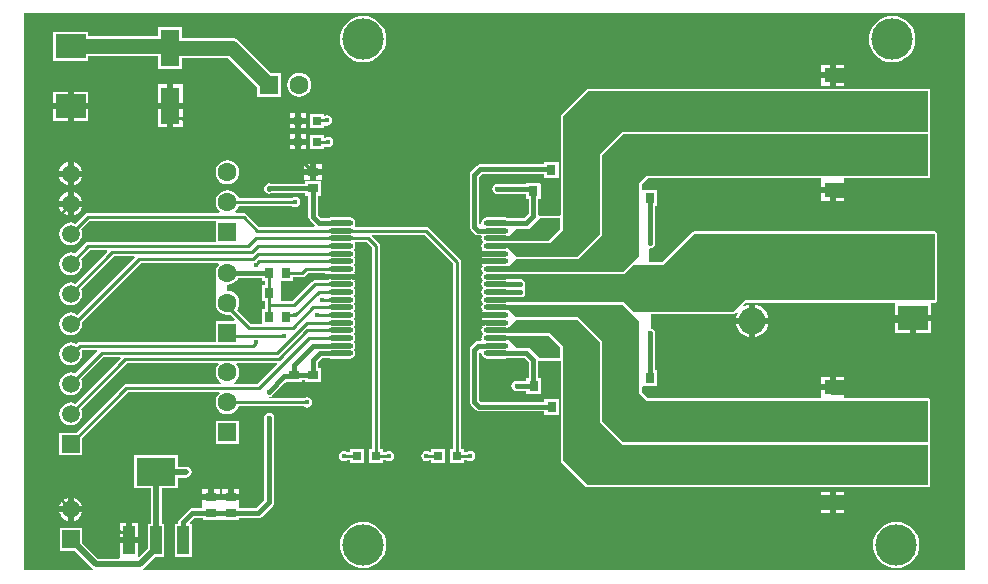
<source format=gtl>
G04*
G04 #@! TF.GenerationSoftware,Altium Limited,Altium Designer,20.2.7 (254)*
G04*
G04 Layer_Physical_Order=1*
G04 Layer_Color=255*
%FSLAX25Y25*%
%MOIN*%
G70*
G04*
G04 #@! TF.SameCoordinates,93ECAAD2-9D94-4F50-94FD-CC643B8307E9*
G04*
G04*
G04 #@! TF.FilePolarity,Positive*
G04*
G01*
G75*
%ADD16C,0.01000*%
%ADD20R,0.03740X0.03150*%
%ADD21R,0.03150X0.03740*%
%ADD22R,0.05500X0.05000*%
%ADD23R,0.03150X0.03150*%
%ADD24O,0.08071X0.01968*%
%ADD25R,0.12992X0.09449*%
%ADD26R,0.03937X0.09449*%
%ADD27R,0.06299X0.12402*%
%ADD45C,0.01500*%
%ADD46C,0.05000*%
%ADD47C,0.02000*%
%ADD48R,0.09843X0.07874*%
%ADD49R,0.09000X0.09000*%
%ADD50C,0.09000*%
%ADD51C,0.06299*%
%ADD52R,0.06299X0.06299*%
%ADD53R,0.06299X0.06299*%
%ADD54C,0.05906*%
%ADD55R,0.05906X0.05906*%
%ADD56C,0.13800*%
%ADD57C,0.01772*%
%ADD58C,0.01772*%
G36*
X315074Y1326D02*
X41458D01*
X41306Y1825D01*
X41571Y2002D01*
X45327Y5758D01*
X48268D01*
Y16807D01*
X47335D01*
Y28593D01*
X52796D01*
Y32165D01*
X55600D01*
X56302Y32304D01*
X56898Y32702D01*
X57296Y33298D01*
X57435Y34000D01*
X57296Y34702D01*
X56898Y35298D01*
X56302Y35696D01*
X55600Y35835D01*
X52796D01*
Y39642D01*
X38204D01*
Y28593D01*
X43665D01*
Y16807D01*
X42731D01*
Y8354D01*
X39897Y5520D01*
X39413Y5743D01*
Y10283D01*
X36445D01*
X33476D01*
Y5635D01*
X33476Y5558D01*
X33290Y5135D01*
X26160D01*
X20853Y10443D01*
Y15353D01*
X13347D01*
Y7847D01*
X18257D01*
X24102Y2002D01*
X24367Y1825D01*
X24215Y1326D01*
X1326D01*
Y186874D01*
X315074D01*
Y1326D01*
D02*
G37*
%LPC*%
G36*
X54150Y182447D02*
X46250D01*
Y179228D01*
X22721D01*
Y180637D01*
X11279D01*
Y171163D01*
X22721D01*
Y172572D01*
X46250D01*
Y168445D01*
X54150D01*
Y172117D01*
X69476D01*
X79250Y162342D01*
Y159150D01*
X87150D01*
Y167050D01*
X83958D01*
X73208Y177799D01*
X72519Y178328D01*
X72186Y178466D01*
X71716Y178661D01*
X70854Y178774D01*
X54150D01*
Y182447D01*
D02*
G37*
G36*
X290900Y186037D02*
X289390Y185889D01*
X287939Y185448D01*
X286601Y184733D01*
X285429Y183771D01*
X284467Y182599D01*
X283752Y181261D01*
X283311Y179809D01*
X283163Y178300D01*
X283311Y176790D01*
X283752Y175339D01*
X284467Y174001D01*
X285429Y172829D01*
X286601Y171867D01*
X287939Y171152D01*
X289390Y170711D01*
X290900Y170563D01*
X292409Y170711D01*
X293861Y171152D01*
X295199Y171867D01*
X296371Y172829D01*
X297333Y174001D01*
X298048Y175339D01*
X298489Y176790D01*
X298637Y178300D01*
X298489Y179809D01*
X298048Y181261D01*
X297333Y182599D01*
X296371Y183771D01*
X295199Y184733D01*
X293861Y185448D01*
X292409Y185889D01*
X290900Y186037D01*
D02*
G37*
G36*
X114500D02*
X112990Y185889D01*
X111539Y185448D01*
X110201Y184733D01*
X109029Y183771D01*
X108067Y182599D01*
X107352Y181261D01*
X106911Y179809D01*
X106763Y178300D01*
X106911Y176790D01*
X107352Y175339D01*
X108067Y174001D01*
X109029Y172829D01*
X110201Y171867D01*
X111539Y171152D01*
X112990Y170711D01*
X114500Y170563D01*
X116009Y170711D01*
X117461Y171152D01*
X118799Y171867D01*
X119971Y172829D01*
X120933Y174001D01*
X121648Y175339D01*
X122089Y176790D01*
X122237Y178300D01*
X122089Y179809D01*
X121648Y181261D01*
X120933Y182599D01*
X119971Y183771D01*
X118799Y184733D01*
X117461Y185448D01*
X116009Y185889D01*
X114500Y186037D01*
D02*
G37*
G36*
X274750Y169700D02*
X272000D01*
Y167200D01*
X274750D01*
Y169700D01*
D02*
G37*
G36*
X270000D02*
X267250D01*
Y167200D01*
X270000D01*
Y169700D01*
D02*
G37*
G36*
X274750Y165200D02*
X272000D01*
Y162700D01*
X274750D01*
Y165200D01*
D02*
G37*
G36*
X270000D02*
X267250D01*
Y162700D01*
X270000D01*
Y165200D01*
D02*
G37*
G36*
X303621Y161737D02*
X292179D01*
Y161716D01*
X189502Y161716D01*
X189502Y161716D01*
X189189Y161654D01*
X188925Y161477D01*
X188925Y161477D01*
X180625Y153177D01*
X180448Y152912D01*
X180386Y152600D01*
X180386Y152600D01*
X180386Y119880D01*
X179886Y119416D01*
X173400Y119416D01*
X173380Y119412D01*
X172890Y119764D01*
X172880Y119783D01*
Y125130D01*
X173675D01*
Y130470D01*
X168925D01*
Y129980D01*
X159969D01*
X159958Y129988D01*
X159300Y130119D01*
X158642Y129988D01*
X158085Y129615D01*
X157712Y129058D01*
X157581Y128400D01*
X157712Y127742D01*
X158085Y127185D01*
X158642Y126812D01*
X159300Y126681D01*
X159958Y126812D01*
X159969Y126820D01*
X168925D01*
Y125130D01*
X169720D01*
Y120055D01*
X168297Y118632D01*
X162683D01*
X162533Y118733D01*
X161837Y118871D01*
X155735D01*
X155038Y118733D01*
X154448Y118338D01*
X154054Y117748D01*
X153915Y117052D01*
X153946Y116899D01*
X153613Y116439D01*
X153180Y116832D01*
Y132445D01*
X154117Y133382D01*
X174925D01*
Y132130D01*
X179675D01*
Y137470D01*
X174925D01*
Y136543D01*
X153462D01*
X152858Y136423D01*
X152345Y136080D01*
X150482Y134218D01*
X150140Y133705D01*
X150020Y133100D01*
Y115800D01*
X150140Y115195D01*
X150482Y114682D01*
X151790Y113375D01*
X152302Y113033D01*
X152907Y112912D01*
X153687D01*
X154011Y112413D01*
X153915Y111934D01*
X154054Y111238D01*
X154444Y110654D01*
X154054Y110071D01*
X153915Y109375D01*
X154054Y108679D01*
X154331Y108264D01*
X154304Y108246D01*
X154016Y107816D01*
X154856D01*
X155038Y107694D01*
X155735Y107555D01*
X158786D01*
Y105816D01*
X154016D01*
X154203Y105536D01*
X154016Y105257D01*
X158786D01*
Y103517D01*
X155735D01*
X155038Y103378D01*
X154856Y103257D01*
X154016D01*
X154304Y102826D01*
X154331Y102808D01*
X154054Y102394D01*
X153915Y101698D01*
X154054Y101002D01*
X154444Y100418D01*
X154054Y99835D01*
X153915Y99139D01*
X154054Y98442D01*
X154444Y97859D01*
X154054Y97276D01*
X153915Y96579D01*
X154054Y95883D01*
X154444Y95300D01*
X154054Y94717D01*
X153915Y94020D01*
X154054Y93324D01*
X154444Y92741D01*
X154054Y92158D01*
X153915Y91461D01*
X154054Y90765D01*
X154444Y90182D01*
X154054Y89599D01*
X153915Y88902D01*
X154054Y88206D01*
X154331Y87792D01*
X154304Y87774D01*
X154016Y87343D01*
X154856D01*
X155038Y87221D01*
X155735Y87083D01*
X158786D01*
Y85343D01*
X154016D01*
X154203Y85064D01*
X154016Y84784D01*
X158786D01*
Y83045D01*
X155735D01*
X155038Y82906D01*
X154856Y82784D01*
X154016D01*
X154304Y82354D01*
X154331Y82336D01*
X154054Y81921D01*
X153915Y81225D01*
X154054Y80529D01*
X154444Y79946D01*
X154239Y79639D01*
X154223Y79623D01*
X154223Y79623D01*
X154223Y79623D01*
X154113Y79458D01*
X154046Y79359D01*
Y79359D01*
X154046Y79359D01*
X154018Y79217D01*
X153984Y79046D01*
X153984Y79046D01*
X153984Y79011D01*
X153915Y78666D01*
X153984Y78320D01*
X153984Y78188D01*
X153602Y77726D01*
X153516Y77688D01*
X152907D01*
X152302Y77567D01*
X151790Y77225D01*
X150482Y75918D01*
X150140Y75405D01*
X150020Y74800D01*
Y57500D01*
X150140Y56895D01*
X150482Y56383D01*
X152182Y54682D01*
X152695Y54340D01*
X153300Y54220D01*
X174963D01*
Y53093D01*
X179713D01*
Y58434D01*
X174963D01*
Y57380D01*
X153955D01*
X153180Y58155D01*
Y73768D01*
X153613Y74160D01*
X153946Y73701D01*
X153915Y73548D01*
X154054Y72852D01*
X154448Y72262D01*
X155038Y71867D01*
X155735Y71729D01*
X161837D01*
X162533Y71867D01*
X162683Y71968D01*
X168297D01*
X169720Y70545D01*
Y65434D01*
X168963D01*
Y64344D01*
X166333D01*
X166321Y64351D01*
X165663Y64482D01*
X165006Y64351D01*
X164448Y63979D01*
X164075Y63421D01*
X163944Y62763D01*
X164075Y62106D01*
X164448Y61548D01*
X165006Y61175D01*
X165663Y61045D01*
X166321Y61175D01*
X166333Y61183D01*
X168963D01*
Y60093D01*
X173713D01*
Y65434D01*
X172880D01*
Y70850D01*
X172950Y70940D01*
X173377Y71209D01*
X173500Y71184D01*
X173500Y71184D01*
X180300Y71184D01*
X180395Y71106D01*
X180395Y37994D01*
X180395Y37994D01*
X180457Y37681D01*
X180634Y37417D01*
X180634Y37417D01*
X188934Y29117D01*
X189198Y28940D01*
X189511Y28878D01*
X189511Y28878D01*
X292179Y28878D01*
Y28863D01*
X303621D01*
Y29668D01*
X303626Y29694D01*
X303626Y43094D01*
X303564Y43406D01*
X303472Y43544D01*
X303564Y43681D01*
X303626Y43994D01*
X303626Y57794D01*
X303621Y57819D01*
Y58337D01*
X303410D01*
X303387Y58370D01*
X303123Y58547D01*
X302811Y58609D01*
X275171D01*
X274750Y58800D01*
X274750Y59109D01*
Y61300D01*
X271000D01*
X267250D01*
Y59109D01*
X267250Y58800D01*
X266829Y58609D01*
X209349D01*
X207326Y60632D01*
Y62279D01*
X207826Y62630D01*
X212431D01*
Y67970D01*
X211680D01*
Y79531D01*
X211688Y79542D01*
X211819Y80200D01*
X211688Y80858D01*
X211315Y81415D01*
X210758Y81788D01*
X210400Y81859D01*
Y86084D01*
X210400Y86100D01*
X210438Y86584D01*
X237855Y86584D01*
X237855Y86584D01*
X238167Y86646D01*
X238432Y86823D01*
X238432Y86823D01*
X238906Y87297D01*
X239330Y87014D01*
X238842Y85836D01*
X238784Y85400D01*
X243200D01*
Y89816D01*
X242764Y89758D01*
X241586Y89270D01*
X241302Y89694D01*
X242093Y90484D01*
X291581D01*
X291979Y90237D01*
X291979Y89984D01*
Y86300D01*
X297900D01*
X303821D01*
Y89984D01*
X303821Y90237D01*
X304219Y90484D01*
X305066D01*
X305378Y90546D01*
X305642Y90723D01*
X305819Y90988D01*
X305881Y91300D01*
X305881Y113369D01*
X305819Y113681D01*
X305642Y113946D01*
X305378Y114123D01*
X305066Y114185D01*
X224769Y114185D01*
X224769Y114185D01*
X224457Y114123D01*
X224192Y113946D01*
X224192Y113946D01*
X214173Y103926D01*
X209800Y103926D01*
Y108435D01*
X210100Y108681D01*
X210758Y108812D01*
X211315Y109185D01*
X211688Y109742D01*
X211819Y110400D01*
X211688Y111058D01*
X211680Y111069D01*
Y122630D01*
X212431D01*
Y127970D01*
X207817D01*
X207317Y128299D01*
Y129962D01*
X209339Y131984D01*
X267212D01*
X267250Y131500D01*
X267250Y131484D01*
Y129000D01*
X271000D01*
X274750D01*
Y131484D01*
X274750Y131500D01*
X274788Y131984D01*
X302802D01*
X303114Y132046D01*
X303378Y132223D01*
X303405Y132263D01*
X303621D01*
Y141737D01*
X303617D01*
X303617Y146600D01*
X303555Y146912D01*
X303463Y147050D01*
X303555Y147188D01*
X303617Y147500D01*
X303617Y152263D01*
X303621D01*
Y161737D01*
D02*
G37*
G36*
X93200Y167084D02*
X92169Y166948D01*
X91208Y166550D01*
X90383Y165917D01*
X89750Y165092D01*
X89352Y164131D01*
X89216Y163100D01*
X89352Y162069D01*
X89750Y161108D01*
X90383Y160283D01*
X91208Y159650D01*
X92169Y159252D01*
X93200Y159116D01*
X94231Y159252D01*
X95192Y159650D01*
X96017Y160283D01*
X96650Y161108D01*
X97048Y162069D01*
X97184Y163100D01*
X97048Y164131D01*
X96650Y165092D01*
X96017Y165917D01*
X95192Y166550D01*
X94231Y166948D01*
X93200Y167084D01*
D02*
G37*
G36*
X54350Y163355D02*
X51200D01*
Y157154D01*
X54350D01*
Y163355D01*
D02*
G37*
G36*
X49200D02*
X46050D01*
Y157154D01*
X49200D01*
Y163355D01*
D02*
G37*
G36*
X22921Y160837D02*
X18000D01*
Y156900D01*
X22921D01*
Y160837D01*
D02*
G37*
G36*
X16000D02*
X11079D01*
Y156900D01*
X16000D01*
Y160837D01*
D02*
G37*
G36*
X95375Y153675D02*
X93800D01*
Y152100D01*
X95375D01*
Y153675D01*
D02*
G37*
G36*
X91800D02*
X90225D01*
Y152100D01*
X91800D01*
Y153675D01*
D02*
G37*
G36*
X22921Y154900D02*
X18000D01*
Y150963D01*
X22921D01*
Y154900D01*
D02*
G37*
G36*
X16000D02*
X11079D01*
Y150963D01*
X16000D01*
Y154900D01*
D02*
G37*
G36*
X101474Y153475D02*
X96724D01*
Y148725D01*
X101474D01*
Y149269D01*
X101974Y149576D01*
X102450Y149481D01*
X103107Y149612D01*
X103665Y149985D01*
X104038Y150542D01*
X104168Y151200D01*
X104038Y151858D01*
X103665Y152415D01*
X103107Y152788D01*
X102450Y152919D01*
X101974Y152824D01*
X101474Y153131D01*
Y153475D01*
D02*
G37*
G36*
X54350Y155154D02*
X51200D01*
Y148953D01*
X54350D01*
Y155154D01*
D02*
G37*
G36*
X49200D02*
X46050D01*
Y148953D01*
X49200D01*
Y155154D01*
D02*
G37*
G36*
X95375Y150100D02*
X93800D01*
Y148525D01*
X95375D01*
Y150100D01*
D02*
G37*
G36*
X91800D02*
X90225D01*
Y148525D01*
X91800D01*
Y150100D01*
D02*
G37*
G36*
X95324Y146671D02*
X93750D01*
Y145097D01*
X95324D01*
Y146671D01*
D02*
G37*
G36*
X91750D02*
X90175D01*
Y145097D01*
X91750D01*
Y146671D01*
D02*
G37*
G36*
X101424Y146472D02*
X96674D01*
Y141722D01*
X101424D01*
Y142576D01*
X101924Y142721D01*
X102241Y142509D01*
X102899Y142378D01*
X103557Y142509D01*
X104115Y142881D01*
X104487Y143439D01*
X104618Y144097D01*
X104487Y144754D01*
X104115Y145312D01*
X103557Y145685D01*
X102899Y145816D01*
X102241Y145685D01*
X101924Y145472D01*
X101424Y145618D01*
Y146472D01*
D02*
G37*
G36*
X95324Y143097D02*
X93750D01*
Y141522D01*
X95324D01*
Y143097D01*
D02*
G37*
G36*
X91750D02*
X90175D01*
Y141522D01*
X91750D01*
Y143097D01*
D02*
G37*
G36*
X100714Y136631D02*
X98844D01*
Y135056D01*
X100714D01*
Y136631D01*
D02*
G37*
G36*
X96844D02*
X94974D01*
Y135056D01*
X96844D01*
Y136631D01*
D02*
G37*
G36*
X18000Y137255D02*
Y134400D01*
X20855D01*
X20851Y134432D01*
X20453Y135393D01*
X19819Y136219D01*
X18993Y136853D01*
X18032Y137251D01*
X18000Y137255D01*
D02*
G37*
G36*
X16000D02*
X15968Y137251D01*
X15007Y136853D01*
X14181Y136219D01*
X13547Y135393D01*
X13149Y134432D01*
X13145Y134400D01*
X16000D01*
Y137255D01*
D02*
G37*
G36*
X100714Y133056D02*
X98844D01*
Y131481D01*
X100714D01*
Y133056D01*
D02*
G37*
G36*
X96844D02*
X94974D01*
Y131481D01*
X96844D01*
Y133056D01*
D02*
G37*
G36*
X100514Y130919D02*
X95174D01*
Y130124D01*
X83675D01*
X83200Y130219D01*
X82542Y130088D01*
X81985Y129715D01*
X81612Y129158D01*
X81481Y128500D01*
X81612Y127842D01*
X81985Y127285D01*
X82542Y126912D01*
X83200Y126781D01*
X83858Y126912D01*
X83935Y126964D01*
X95174D01*
Y126169D01*
X96263D01*
Y119156D01*
X96384Y118551D01*
X96726Y118039D01*
X98447Y116318D01*
X98239Y115818D01*
X79856D01*
X75637Y120037D01*
X75207Y120325D01*
X74700Y120425D01*
X72081D01*
X71912Y120925D01*
X72117Y121083D01*
X72750Y121908D01*
X73067Y122675D01*
X90749D01*
X91142Y122412D01*
X91800Y122281D01*
X92458Y122412D01*
X93015Y122785D01*
X93388Y123342D01*
X93519Y124000D01*
X93388Y124658D01*
X93015Y125215D01*
X92458Y125588D01*
X91800Y125719D01*
X91142Y125588D01*
X90749Y125326D01*
X72985D01*
X72750Y125892D01*
X72117Y126717D01*
X71292Y127350D01*
X70331Y127748D01*
X69300Y127884D01*
X68269Y127748D01*
X67308Y127350D01*
X66483Y126717D01*
X65850Y125892D01*
X65452Y124931D01*
X65316Y123900D01*
X65452Y122869D01*
X65850Y121908D01*
X66483Y121083D01*
X66689Y120925D01*
X66519Y120425D01*
X22700D01*
X22193Y120325D01*
X21763Y120037D01*
X18547Y116821D01*
X17980Y117056D01*
X17000Y117185D01*
X16020Y117056D01*
X15107Y116678D01*
X14323Y116077D01*
X13722Y115293D01*
X13344Y114380D01*
X13215Y113400D01*
X13344Y112420D01*
X13722Y111507D01*
X14323Y110723D01*
X15107Y110122D01*
X16020Y109744D01*
X17000Y109615D01*
X17980Y109744D01*
X18893Y110122D01*
X19677Y110723D01*
X20278Y111507D01*
X20656Y112420D01*
X20785Y113400D01*
X20656Y114380D01*
X20421Y114947D01*
X23249Y117774D01*
X65350D01*
Y110626D01*
X22900D01*
X22393Y110525D01*
X21963Y110237D01*
X18547Y106821D01*
X17980Y107056D01*
X17000Y107185D01*
X16020Y107056D01*
X15107Y106678D01*
X14323Y106077D01*
X13722Y105293D01*
X13344Y104380D01*
X13215Y103400D01*
X13344Y102420D01*
X13722Y101507D01*
X14323Y100724D01*
X15107Y100122D01*
X16020Y99744D01*
X17000Y99615D01*
X17980Y99744D01*
X18893Y100122D01*
X19677Y100724D01*
X20278Y101507D01*
X20656Y102420D01*
X20785Y103400D01*
X20656Y104380D01*
X20421Y104947D01*
X23449Y107975D01*
X29047D01*
X29238Y107513D01*
X18547Y96821D01*
X17980Y97056D01*
X17000Y97185D01*
X16020Y97056D01*
X15107Y96678D01*
X14323Y96077D01*
X13722Y95293D01*
X13344Y94380D01*
X13215Y93400D01*
X13344Y92420D01*
X13722Y91507D01*
X14323Y90724D01*
X15107Y90122D01*
X16020Y89744D01*
X17000Y89615D01*
X17980Y89744D01*
X18893Y90122D01*
X19677Y90724D01*
X20278Y91507D01*
X20656Y92420D01*
X20785Y93400D01*
X20656Y94380D01*
X20421Y94947D01*
X31381Y105906D01*
X38200D01*
X38391Y105444D01*
X19307Y86360D01*
X18893Y86678D01*
X17980Y87056D01*
X17000Y87185D01*
X16020Y87056D01*
X15107Y86678D01*
X14323Y86076D01*
X13722Y85293D01*
X13344Y84380D01*
X13215Y83400D01*
X13344Y82420D01*
X13722Y81507D01*
X14323Y80724D01*
X15107Y80122D01*
X16020Y79744D01*
X17000Y79615D01*
X17980Y79744D01*
X18893Y80122D01*
X19677Y80724D01*
X20278Y81507D01*
X20656Y82420D01*
X20785Y83400D01*
X20705Y84009D01*
X40370Y103674D01*
X66179D01*
X66374Y103174D01*
X65850Y102492D01*
X65452Y101531D01*
X65316Y100500D01*
Y90500D01*
X65452Y89469D01*
X65850Y88508D01*
X66483Y87683D01*
X67308Y87050D01*
X68269Y86652D01*
X69300Y86516D01*
X70015Y86611D01*
X71714Y84912D01*
X71523Y84450D01*
X65350D01*
Y77376D01*
X20007D01*
X19500Y77275D01*
X19070Y76988D01*
X18799Y76717D01*
X17980Y77056D01*
X17000Y77185D01*
X16020Y77056D01*
X15107Y76678D01*
X14323Y76077D01*
X13722Y75293D01*
X13344Y74380D01*
X13215Y73400D01*
X13344Y72420D01*
X13722Y71507D01*
X14323Y70723D01*
X15107Y70122D01*
X16020Y69744D01*
X17000Y69615D01*
X17980Y69744D01*
X18893Y70122D01*
X19677Y70723D01*
X20278Y71507D01*
X20656Y72420D01*
X20785Y73400D01*
X20676Y74225D01*
X20914Y74603D01*
X21054Y74725D01*
X25743D01*
X25950Y74225D01*
X18547Y66821D01*
X17980Y67056D01*
X17000Y67185D01*
X16020Y67056D01*
X15107Y66678D01*
X14323Y66076D01*
X13722Y65293D01*
X13344Y64380D01*
X13215Y63400D01*
X13344Y62420D01*
X13722Y61507D01*
X14323Y60724D01*
X15107Y60122D01*
X16020Y59744D01*
X17000Y59615D01*
X17980Y59744D01*
X18893Y60122D01*
X19677Y60724D01*
X20278Y61507D01*
X20656Y62420D01*
X20785Y63400D01*
X20656Y64380D01*
X20421Y64947D01*
X27898Y72423D01*
X33496D01*
X33687Y71962D01*
X18547Y56821D01*
X17980Y57056D01*
X17000Y57185D01*
X16020Y57056D01*
X15107Y56678D01*
X14323Y56077D01*
X13722Y55293D01*
X13344Y54380D01*
X13215Y53400D01*
X13344Y52420D01*
X13722Y51507D01*
X14323Y50723D01*
X15107Y50122D01*
X16020Y49744D01*
X17000Y49615D01*
X17980Y49744D01*
X18893Y50122D01*
X19677Y50723D01*
X20278Y51507D01*
X20656Y52420D01*
X20785Y53400D01*
X20656Y54380D01*
X20421Y54947D01*
X35829Y70354D01*
X66144D01*
X66359Y69854D01*
X65850Y69192D01*
X65452Y68231D01*
X65316Y67200D01*
X65452Y66169D01*
X65850Y65208D01*
X66483Y64383D01*
X67210Y63826D01*
X67125Y63410D01*
X67079Y63326D01*
X35600D01*
X35093Y63225D01*
X34663Y62937D01*
X18878Y47153D01*
X13247D01*
Y39647D01*
X20753D01*
Y45278D01*
X36149Y60675D01*
X66519D01*
X66689Y60175D01*
X66483Y60017D01*
X65850Y59192D01*
X65452Y58231D01*
X65316Y57200D01*
X65452Y56169D01*
X65850Y55208D01*
X66483Y54383D01*
X67308Y53750D01*
X68269Y53352D01*
X69300Y53216D01*
X70331Y53352D01*
X71292Y53750D01*
X72117Y54383D01*
X72750Y55208D01*
X73026Y55875D01*
X94849D01*
X95242Y55612D01*
X95900Y55481D01*
X96558Y55612D01*
X97115Y55985D01*
X97488Y56542D01*
X97619Y57200D01*
X97488Y57858D01*
X97115Y58415D01*
X96558Y58788D01*
X95900Y58919D01*
X95242Y58788D01*
X94849Y58526D01*
X83663D01*
X83251Y58739D01*
X83251Y58739D01*
X83251D01*
X83223Y59026D01*
X83258Y59032D01*
X83658Y59112D01*
X84215Y59485D01*
X84588Y60042D01*
X84591Y60056D01*
X88337Y63802D01*
X88774Y63981D01*
Y63981D01*
X88774Y63981D01*
X94114D01*
Y64776D01*
X95174D01*
Y63981D01*
X100514D01*
Y68731D01*
X99424D01*
Y70689D01*
X100703Y71968D01*
X103117D01*
X103267Y71867D01*
X103963Y71729D01*
X110065D01*
X110761Y71867D01*
X111352Y72262D01*
X111746Y72852D01*
X111885Y73548D01*
X111746Y74244D01*
X111356Y74828D01*
X111746Y75411D01*
X111885Y76107D01*
X111746Y76803D01*
X111356Y77387D01*
X111746Y77970D01*
X111885Y78666D01*
X111746Y79362D01*
X111356Y79946D01*
X111746Y80529D01*
X111885Y81225D01*
X111746Y81921D01*
X111356Y82505D01*
X111746Y83088D01*
X111885Y83784D01*
X111746Y84480D01*
X111356Y85064D01*
X111746Y85647D01*
X111885Y86343D01*
X111746Y87040D01*
X111356Y87623D01*
X111746Y88206D01*
X111885Y88902D01*
X111746Y89599D01*
X111356Y90182D01*
X111746Y90765D01*
X111885Y91461D01*
X111746Y92158D01*
X111356Y92741D01*
X111746Y93324D01*
X111885Y94020D01*
X111746Y94717D01*
X111356Y95300D01*
X111746Y95883D01*
X111885Y96579D01*
X111746Y97276D01*
X111469Y97690D01*
X111496Y97708D01*
X111784Y98139D01*
X110944D01*
X110762Y98260D01*
X110065Y98399D01*
X107014D01*
X103963D01*
X103267Y98260D01*
X103084Y98139D01*
X101995D01*
X101871Y97905D01*
X98479D01*
X97972Y97804D01*
X97542Y97517D01*
X90951Y90926D01*
X87200D01*
X87200Y97630D01*
X91131D01*
Y98975D01*
X94200D01*
X94707Y99075D01*
X95137Y99363D01*
X96147Y100372D01*
X101871D01*
X101995Y100139D01*
X103084D01*
X103267Y100017D01*
X103963Y99878D01*
X107014D01*
X110065D01*
X110762Y100017D01*
X110944Y100139D01*
X111784D01*
X111496Y100569D01*
X111469Y100587D01*
X111746Y101002D01*
X111885Y101698D01*
X111746Y102394D01*
X111356Y102977D01*
X111746Y103560D01*
X111885Y104257D01*
X111746Y104953D01*
X111356Y105536D01*
X111746Y106120D01*
X111885Y106816D01*
X111746Y107512D01*
X111356Y108095D01*
X111746Y108679D01*
X111885Y109375D01*
X111746Y110071D01*
X111682Y110167D01*
X111917Y110608D01*
X115717D01*
X117574Y108752D01*
Y41775D01*
X116524D01*
Y37025D01*
X121274D01*
Y37975D01*
X122149D01*
X122542Y37712D01*
X123200Y37581D01*
X123858Y37712D01*
X124415Y38085D01*
X124788Y38642D01*
X124919Y39300D01*
X124788Y39958D01*
X124415Y40515D01*
X123858Y40888D01*
X123200Y41019D01*
X122542Y40888D01*
X122149Y40626D01*
X121274D01*
Y41775D01*
X120225D01*
Y109301D01*
X120124Y109808D01*
X119836Y110238D01*
X117407Y112667D01*
X117614Y113167D01*
X134958D01*
X144523Y103602D01*
Y41775D01*
X143474D01*
Y37025D01*
X148224D01*
Y38074D01*
X149149D01*
X149542Y37812D01*
X150200Y37681D01*
X150858Y37812D01*
X151415Y38185D01*
X151788Y38742D01*
X151919Y39400D01*
X151788Y40058D01*
X151415Y40615D01*
X150858Y40988D01*
X150200Y41119D01*
X149542Y40988D01*
X149149Y40725D01*
X148224D01*
Y41775D01*
X147174D01*
Y104151D01*
X147073Y104658D01*
X146786Y105088D01*
X136444Y115430D01*
X136014Y115717D01*
X135507Y115818D01*
X111917D01*
X111682Y116259D01*
X111746Y116356D01*
X111885Y117052D01*
X111746Y117748D01*
X111352Y118338D01*
X110761Y118733D01*
X110065Y118871D01*
X103963D01*
X103267Y118733D01*
X103117Y118632D01*
X100603D01*
X99424Y119811D01*
Y126169D01*
X100514D01*
Y130919D01*
D02*
G37*
G36*
X69300Y137884D02*
X68269Y137748D01*
X67308Y137350D01*
X66483Y136717D01*
X65850Y135892D01*
X65452Y134931D01*
X65316Y133900D01*
X65452Y132869D01*
X65850Y131908D01*
X66483Y131083D01*
X67308Y130450D01*
X68269Y130052D01*
X69300Y129916D01*
X70331Y130052D01*
X71292Y130450D01*
X72117Y131083D01*
X72750Y131908D01*
X73148Y132869D01*
X73284Y133900D01*
X73148Y134931D01*
X72750Y135892D01*
X72117Y136717D01*
X71292Y137350D01*
X70331Y137748D01*
X69300Y137884D01*
D02*
G37*
G36*
X20855Y132400D02*
X18000D01*
Y129545D01*
X18032Y129549D01*
X18993Y129947D01*
X19819Y130581D01*
X20453Y131407D01*
X20851Y132368D01*
X20855Y132400D01*
D02*
G37*
G36*
X16000D02*
X13145D01*
X13149Y132368D01*
X13547Y131407D01*
X14181Y130581D01*
X15007Y129947D01*
X15968Y129549D01*
X16000Y129545D01*
Y132400D01*
D02*
G37*
G36*
X274750Y127000D02*
X272000D01*
Y124500D01*
X274750D01*
Y127000D01*
D02*
G37*
G36*
X270000D02*
X267250D01*
Y124500D01*
X270000D01*
Y127000D01*
D02*
G37*
G36*
X18000Y127255D02*
Y124400D01*
X20855D01*
X20851Y124432D01*
X20453Y125393D01*
X19819Y126219D01*
X18993Y126853D01*
X18032Y127251D01*
X18000Y127255D01*
D02*
G37*
G36*
X16000D02*
X15968Y127251D01*
X15007Y126853D01*
X14181Y126219D01*
X13547Y125393D01*
X13149Y124432D01*
X13145Y124400D01*
X16000D01*
Y127255D01*
D02*
G37*
G36*
X20855Y122400D02*
X18000D01*
Y119545D01*
X18032Y119549D01*
X18993Y119947D01*
X19819Y120581D01*
X20453Y121407D01*
X20851Y122368D01*
X20855Y122400D01*
D02*
G37*
G36*
X16000D02*
X13145D01*
X13149Y122368D01*
X13547Y121407D01*
X14181Y120581D01*
X15007Y119947D01*
X15968Y119549D01*
X16000Y119545D01*
Y122400D01*
D02*
G37*
G36*
X245200Y89816D02*
Y85400D01*
X249616D01*
X249558Y85836D01*
X249004Y87174D01*
X248123Y88323D01*
X246974Y89204D01*
X245636Y89758D01*
X245200Y89816D01*
D02*
G37*
G36*
X303821Y84300D02*
X298900D01*
Y80363D01*
X303821D01*
Y84300D01*
D02*
G37*
G36*
X296900D02*
X291979D01*
Y80363D01*
X296900D01*
Y84300D01*
D02*
G37*
G36*
X249616Y83400D02*
X245200D01*
Y78984D01*
X245636Y79042D01*
X246974Y79596D01*
X248123Y80477D01*
X249004Y81626D01*
X249558Y82964D01*
X249616Y83400D01*
D02*
G37*
G36*
X243200D02*
X238784D01*
X238842Y82964D01*
X239396Y81626D01*
X240277Y80477D01*
X241426Y79596D01*
X242764Y79042D01*
X243200Y78984D01*
Y83400D01*
D02*
G37*
G36*
X274750Y65800D02*
X272000D01*
Y63300D01*
X274750D01*
Y65800D01*
D02*
G37*
G36*
X270000D02*
X267250D01*
Y63300D01*
X270000D01*
Y65800D01*
D02*
G37*
G36*
X73250Y51150D02*
X65350D01*
Y43250D01*
X73250D01*
Y51150D01*
D02*
G37*
G36*
X141924Y41775D02*
X137175D01*
Y40626D01*
X136651D01*
X136258Y40888D01*
X135600Y41019D01*
X134942Y40888D01*
X134385Y40515D01*
X134012Y39958D01*
X133881Y39300D01*
X134012Y38642D01*
X134385Y38085D01*
X134942Y37712D01*
X135600Y37581D01*
X136258Y37712D01*
X136651Y37975D01*
X137175D01*
Y37025D01*
X141924D01*
Y41775D01*
D02*
G37*
G36*
X114975D02*
X110225D01*
Y40626D01*
X109151D01*
X108758Y40888D01*
X108100Y41019D01*
X107442Y40888D01*
X106885Y40515D01*
X106512Y39958D01*
X106381Y39300D01*
X106512Y38642D01*
X106885Y38085D01*
X107442Y37712D01*
X108100Y37581D01*
X108758Y37712D01*
X109151Y37975D01*
X110225D01*
Y37025D01*
X114975D01*
Y41775D01*
D02*
G37*
G36*
X73216Y28361D02*
X71346D01*
Y26787D01*
X73216D01*
Y28361D01*
D02*
G37*
G36*
X69346D02*
X67476D01*
Y26787D01*
X69346D01*
Y28361D01*
D02*
G37*
G36*
X66676D02*
X64806D01*
Y26787D01*
X66676D01*
Y28361D01*
D02*
G37*
G36*
X62806D02*
X60936D01*
Y26787D01*
X62806D01*
Y28361D01*
D02*
G37*
G36*
X274750Y27500D02*
X272000D01*
Y25000D01*
X274750D01*
Y27500D01*
D02*
G37*
G36*
X270000D02*
X267250D01*
Y25000D01*
X270000D01*
Y27500D01*
D02*
G37*
G36*
X18100Y25455D02*
Y22600D01*
X20955D01*
X20951Y22632D01*
X20553Y23593D01*
X19919Y24419D01*
X19093Y25053D01*
X18132Y25451D01*
X18100Y25455D01*
D02*
G37*
G36*
X16100D02*
X16068Y25451D01*
X15107Y25053D01*
X14281Y24419D01*
X13647Y23593D01*
X13249Y22632D01*
X13245Y22600D01*
X16100D01*
Y25455D01*
D02*
G37*
G36*
X83200Y53819D02*
X82542Y53688D01*
X81985Y53315D01*
X81612Y52758D01*
X81481Y52100D01*
X81612Y51442D01*
X81620Y51431D01*
Y24555D01*
X78920Y21855D01*
X73299D01*
X73216Y22055D01*
Y24787D01*
X67476D01*
Y24779D01*
X66676D01*
Y24787D01*
X60936D01*
Y23212D01*
Y22080D01*
X60853Y21880D01*
X57500D01*
X56895Y21760D01*
X56383Y21418D01*
X53438Y18473D01*
X53095Y17960D01*
X52975Y17355D01*
Y16807D01*
X51787D01*
Y5758D01*
X57324D01*
Y16807D01*
X56895D01*
X56704Y17269D01*
X58155Y18720D01*
X61136D01*
Y17900D01*
X73017D01*
Y18694D01*
X79575D01*
X80180Y18815D01*
X80692Y19157D01*
X84317Y22783D01*
X84660Y23295D01*
X84780Y23900D01*
Y51431D01*
X84788Y51442D01*
X84919Y52100D01*
X84788Y52758D01*
X84415Y53315D01*
X83858Y53688D01*
X83200Y53819D01*
D02*
G37*
G36*
X274750Y23000D02*
X272000D01*
Y20500D01*
X274750D01*
Y23000D01*
D02*
G37*
G36*
X270000D02*
X267250D01*
Y20500D01*
X270000D01*
Y23000D01*
D02*
G37*
G36*
X20955Y20600D02*
X18100D01*
Y17745D01*
X18132Y17749D01*
X19093Y18147D01*
X19919Y18781D01*
X20553Y19607D01*
X20951Y20568D01*
X20955Y20600D01*
D02*
G37*
G36*
X16100D02*
X13245D01*
X13249Y20568D01*
X13647Y19607D01*
X14281Y18781D01*
X15107Y18147D01*
X16068Y17749D01*
X16100Y17745D01*
Y20600D01*
D02*
G37*
G36*
X39413Y17007D02*
X37445D01*
Y12283D01*
X39413D01*
Y17007D01*
D02*
G37*
G36*
X35445D02*
X33476D01*
Y12283D01*
X35445D01*
Y17007D01*
D02*
G37*
G36*
X292200Y17437D02*
X290690Y17289D01*
X289239Y16848D01*
X287901Y16133D01*
X286729Y15171D01*
X285767Y13999D01*
X285052Y12661D01*
X284611Y11209D01*
X284463Y9700D01*
X284611Y8190D01*
X285052Y6739D01*
X285767Y5401D01*
X286729Y4229D01*
X287901Y3267D01*
X289239Y2552D01*
X290690Y2111D01*
X292200Y1963D01*
X293709Y2111D01*
X295161Y2552D01*
X296499Y3267D01*
X297671Y4229D01*
X298633Y5401D01*
X299348Y6739D01*
X299789Y8190D01*
X299937Y9700D01*
X299789Y11209D01*
X299348Y12661D01*
X298633Y13999D01*
X297671Y15171D01*
X296499Y16133D01*
X295161Y16848D01*
X293709Y17289D01*
X292200Y17437D01*
D02*
G37*
G36*
X114500D02*
X112990Y17289D01*
X111539Y16848D01*
X110201Y16133D01*
X109029Y15171D01*
X108067Y13999D01*
X107352Y12661D01*
X106911Y11209D01*
X106763Y9700D01*
X106911Y8190D01*
X107352Y6739D01*
X108067Y5401D01*
X109029Y4229D01*
X110201Y3267D01*
X111539Y2552D01*
X112990Y2111D01*
X114500Y1963D01*
X116009Y2111D01*
X117461Y2552D01*
X118799Y3267D01*
X119971Y4229D01*
X120933Y5401D01*
X121648Y6739D01*
X122089Y8190D01*
X122237Y9700D01*
X122089Y11209D01*
X121648Y12661D01*
X120933Y13999D01*
X119971Y15171D01*
X118799Y16133D01*
X117461Y16848D01*
X116009Y17289D01*
X114500Y17437D01*
D02*
G37*
%LPD*%
G36*
X180300Y118600D02*
Y114900D01*
X176576Y111176D01*
X161929Y111176D01*
X161837Y111194D01*
X158053D01*
X157700Y111548D01*
X157700Y112674D01*
X161837D01*
X162150Y112736D01*
X163136D01*
X165500Y115100D01*
X169900Y115100D01*
X173400Y118600D01*
X180300Y118600D01*
D02*
G37*
G36*
X302801Y147500D02*
X200902Y147500D01*
X193402Y140000D01*
Y113400D01*
X185801Y105800D01*
X165701Y105800D01*
X162881Y108621D01*
X161909D01*
X161837Y108635D01*
X157300D01*
Y110115D01*
X161837D01*
X162266Y110200D01*
X176702D01*
X176996Y110494D01*
X177153Y110599D01*
X180877Y114323D01*
X180877Y114323D01*
X180981Y114480D01*
X181202Y114700D01*
X181202Y152600D01*
X189502Y160900D01*
X302802Y160900D01*
X302801Y147500D01*
D02*
G37*
G36*
X302802Y132800D02*
X209002D01*
X206502Y130300D01*
X206502Y106100D01*
X204244Y103842D01*
X204012Y103687D01*
X204012Y103687D01*
X201069Y100744D01*
X162646Y100744D01*
X162533Y100819D01*
X161837Y100958D01*
X157000D01*
Y102437D01*
X161837D01*
X162533Y102576D01*
X162719Y102700D01*
X163302D01*
X165605Y105003D01*
X165701Y104984D01*
X165701Y104984D01*
X185801Y104984D01*
X185801Y104984D01*
X186114Y105046D01*
X186378Y105223D01*
X186378Y105223D01*
X193978Y112823D01*
X193978Y112823D01*
X194084Y112982D01*
X194155Y113088D01*
X194217Y113400D01*
X194217Y113400D01*
Y139662D01*
X201155Y146600D01*
X302801Y146600D01*
X302802Y132800D01*
D02*
G37*
G36*
X305066Y91300D02*
X241755D01*
X237855Y87400D01*
X204818Y87400D01*
X201545Y90673D01*
X162082D01*
X161837Y90722D01*
X156582D01*
Y92201D01*
X161837D01*
X162150Y92263D01*
X167863D01*
X168500Y92900D01*
Y93905D01*
X168519Y94000D01*
X168500Y94095D01*
Y96505D01*
X168519Y96600D01*
X168500Y96695D01*
Y97300D01*
X168078Y97723D01*
X168015Y97815D01*
X167922Y97878D01*
X167500Y98300D01*
X166895D01*
X166800Y98319D01*
X166705Y98300D01*
X162333Y98300D01*
X161837Y98399D01*
X156941D01*
X156590Y98755D01*
X156605Y99878D01*
X161837D01*
X162089Y99928D01*
X201407Y99928D01*
X204589Y103110D01*
X214510Y103110D01*
X224769Y113369D01*
X305066Y113369D01*
X305066Y91300D01*
D02*
G37*
G36*
X176500Y79400D02*
X180300Y75600D01*
X180300Y72000D01*
X173500Y72000D01*
X170000Y75500D01*
X165600Y75500D01*
X163204Y77896D01*
X161990D01*
X161837Y77926D01*
X155735D01*
X155581Y77896D01*
X154800D01*
X154800Y79046D01*
X155153Y79400D01*
X176500Y79400D01*
D02*
G37*
G36*
X206511Y84494D02*
X206511Y60294D01*
X209011Y57794D01*
X302811D01*
X302811Y43994D01*
X201164Y43994D01*
X194226Y50932D01*
Y77194D01*
X194226Y77194D01*
X194164Y77506D01*
X194093Y77612D01*
X193987Y77770D01*
X193987Y77770D01*
X186387Y85370D01*
X186387Y85370D01*
X186123Y85547D01*
X185811Y85609D01*
X185810Y85609D01*
X165710Y85609D01*
X165710Y85609D01*
X165614Y85590D01*
X163084Y88121D01*
X162047D01*
X161837Y88162D01*
X157900D01*
Y89642D01*
X161837D01*
X162412Y89757D01*
X201248Y89757D01*
X206511Y84494D01*
D02*
G37*
G36*
X185811Y84794D02*
X193411Y77194D01*
Y50594D01*
X200911Y43094D01*
X302811Y43094D01*
X302811Y29694D01*
X189511Y29694D01*
X181211Y37994D01*
X181211Y75894D01*
X176911Y80194D01*
X176611D01*
X176500Y80216D01*
X176500Y80216D01*
X162730Y80216D01*
X162533Y80347D01*
X161837Y80485D01*
X158000D01*
Y81965D01*
X161837D01*
X162533Y82104D01*
X162765Y82259D01*
X163176D01*
X165710Y84794D01*
X185811Y84794D01*
D02*
G37*
G36*
X80869Y97630D02*
X81919D01*
Y96470D01*
X80869D01*
Y91130D01*
X81919D01*
Y89600D01*
Y88270D01*
X80769D01*
Y83457D01*
X76918D01*
X72366Y88008D01*
X72750Y88508D01*
X73148Y89469D01*
X73284Y90500D01*
X73148Y91531D01*
X72750Y92492D01*
X72117Y93317D01*
X71292Y93950D01*
X70331Y94348D01*
X69300Y94484D01*
Y96516D01*
X70331Y96652D01*
X71292Y97050D01*
X72117Y97683D01*
X72750Y98508D01*
X72838Y98720D01*
X80869D01*
Y97630D01*
D02*
G37*
G36*
X85918Y69893D02*
X79351Y63326D01*
X71521D01*
X71475Y63410D01*
X71390Y63826D01*
X72117Y64383D01*
X72750Y65208D01*
X73148Y66169D01*
X73284Y67200D01*
X73148Y68231D01*
X72750Y69192D01*
X72241Y69854D01*
X72456Y70354D01*
X85727D01*
X85918Y69893D01*
D02*
G37*
D16*
X145800Y39400D02*
X150200D01*
X118800Y39300D02*
X123200D01*
X173493Y59407D02*
X176850Y62763D01*
X173493Y58451D02*
Y59407D01*
X175714Y77913D02*
X176397D01*
X179262Y75048D01*
X175576Y114369D02*
X176362Y115155D01*
X175576Y112506D02*
Y114369D01*
X176117Y115400D02*
X176362Y115155D01*
X77746Y105000D02*
X79561Y106816D01*
X18221Y83400D02*
X39821Y105000D01*
X77746D01*
X78954Y103149D02*
X79201Y103521D01*
X79937Y104257D01*
X107014D01*
X77432Y107232D02*
X79400Y109200D01*
X106839D01*
X79561Y106816D02*
X107014D01*
X30832Y107232D02*
X77432D01*
X76154Y109300D02*
X78788Y111934D01*
X22900Y109300D02*
X76154D01*
X78788Y111934D02*
X107014D01*
X17000Y103400D02*
X22900Y109300D01*
X172287Y132413D02*
X175530Y129170D01*
X165700Y132413D02*
X172287D01*
X175530Y129170D02*
X175737D01*
X97902Y88902D02*
X107014D01*
X76369Y82131D02*
X91131D01*
X97902Y88902D01*
X88656Y85600D02*
X89256Y86200D01*
X91914D01*
X92800Y139100D02*
Y144097D01*
X136450Y132850D02*
X149000Y120300D01*
X97844Y60844D02*
X101900D01*
X110744D01*
X75800Y55400D02*
X89400D01*
X135244Y134056D02*
X136450Y132850D01*
X73000Y52600D02*
X75800Y55400D01*
X92800Y144097D02*
Y151100D01*
X60700Y52600D02*
X73000D01*
X78710Y76922D02*
Y77209D01*
X77838Y76050D02*
X78710Y76922D01*
X20007Y76050D02*
X77838D01*
X17000Y73400D02*
X17356D01*
X20007Y76050D01*
X27349Y73749D02*
X85730D01*
X95766Y83784D01*
X191700Y157000D02*
X297900D01*
X191700Y33600D02*
X297900D01*
X175224Y76094D02*
X176298Y75019D01*
X175700Y75056D02*
X179032D01*
X149000Y104400D02*
Y106900D01*
Y86500D02*
Y104400D01*
X149143Y104257D02*
X158786D01*
X149000Y104400D02*
X149143Y104257D01*
X149000Y106900D02*
Y120300D01*
X149084Y106816D02*
X158786D01*
X149000Y106900D02*
X149084Y106816D01*
X149000Y84800D02*
Y86500D01*
X149157Y86343D02*
X158786D01*
X149000Y86500D02*
X149157Y86343D01*
X150016Y83784D02*
X158786D01*
X149000Y84800D02*
X150016Y83784D01*
X175749Y115400D02*
X176117D01*
X176261Y115544D01*
X175186Y114469D02*
X176117Y115400D01*
X158786Y99139D02*
X210599D01*
X55254Y151100D02*
X92800D01*
X54264Y152091D02*
X55254Y151100D01*
X52850Y152091D02*
X54264D01*
X50200Y154740D02*
X52850Y152091D01*
X50200Y154740D02*
Y156154D01*
X101900Y51700D02*
Y60744D01*
Y26929D02*
Y51700D01*
X93100D02*
X101900D01*
X89400Y55400D02*
X93100Y51700D01*
X56200Y48100D02*
X60700Y52600D01*
X69300Y57200D02*
X95900D01*
X210313Y91748D02*
X212005Y90056D01*
X158786Y91461D02*
X158971Y91647D01*
X162707D01*
X162809Y91748D01*
X210313D01*
X179151Y74937D02*
X179262Y75048D01*
X179032Y75056D02*
X179151Y74937D01*
X175570Y115578D02*
X175749Y115400D01*
X219300Y128000D02*
X271000D01*
X212300Y121000D02*
X219300Y128000D01*
X212300Y106056D02*
Y121000D01*
X176812Y127800D02*
Y128095D01*
X175737Y129170D02*
X176812Y128095D01*
X97844Y134056D02*
X135244D01*
X107014Y99139D02*
X112861D01*
X114900Y97100D01*
X110744Y60844D02*
X114900Y65000D01*
Y97100D01*
X63806Y25787D02*
X70346D01*
X36445Y12697D02*
Y36555D01*
Y11283D02*
Y12697D01*
X63806Y25787D02*
Y40494D01*
X56200Y48100D02*
X63806Y40494D01*
X43400Y48100D02*
X56200D01*
X36400Y36600D02*
Y41100D01*
X43400Y48100D01*
X36400Y36600D02*
X36445Y36555D01*
X34976Y14165D02*
X36445Y12697D01*
X33562Y14165D02*
X34976D01*
X26128Y21600D02*
X33562Y14165D01*
X17100Y21600D02*
X26128D01*
X9200Y29386D02*
Y115600D01*
X9900Y28800D02*
X17100Y21600D01*
X9786Y28800D02*
X9900D01*
X9200Y29386D02*
X9786Y28800D01*
X9200Y115600D02*
X17000Y123400D01*
Y133400D02*
Y155900D01*
Y123400D02*
Y133400D01*
X17254Y156154D02*
X50200D01*
X17000Y155900D02*
X17254Y156154D01*
X97549Y134056D02*
X97844D01*
X96474Y135131D02*
X97549Y134056D01*
X96474Y135131D02*
Y135426D01*
X92800Y139100D02*
X96474Y135426D01*
X99049Y144097D02*
X102899D01*
X98599Y151200D02*
X102450D01*
X135600Y39300D02*
X140000D01*
X112500D02*
X112600Y39400D01*
X108100Y39300D02*
X112500D01*
X107014Y111934D02*
X116266D01*
X118899Y39400D02*
Y109301D01*
X116266Y111934D02*
X118899Y109301D01*
X145849Y39400D02*
Y104151D01*
X135507Y114493D02*
X145849Y104151D01*
X107014Y114493D02*
X135507D01*
X69300Y80500D02*
X70300Y79500D01*
X88000D01*
X69300Y89200D02*
X76369Y82131D01*
X35280Y71680D02*
X86403D01*
X35600Y62000D02*
X79900D01*
X95766Y83784D02*
X107014D01*
X95949Y81225D02*
X107014D01*
X86403Y71680D02*
X95949Y81225D01*
X69300Y123900D02*
X69500Y124100D01*
X70200Y124000D02*
X91800D01*
X69500Y124100D02*
X69900Y123700D01*
X70200Y124000D01*
X22700Y119100D02*
X74700D01*
X79307Y114493D02*
X107014D01*
X74700Y119100D02*
X79307Y114493D01*
X91444Y60844D02*
X97844D01*
X17000Y43400D02*
X35600Y62000D01*
X17000Y53400D02*
X35280Y71680D01*
X17000Y63400D02*
X17000D01*
X27349Y73749D01*
X17000Y93400D02*
X30832Y107232D01*
X17000Y113400D02*
X22700Y119100D01*
X91645Y93800D02*
X96983Y99139D01*
X88756Y93800D02*
X91645D01*
X96983Y99139D02*
X107014D01*
X69300Y89200D02*
Y90500D01*
X96566Y78666D02*
X107014D01*
X79900Y62000D02*
X96566Y78666D01*
X69300Y100500D02*
X69500Y100300D01*
X83244Y89600D02*
Y93800D01*
Y87400D02*
Y89600D01*
X91500D01*
X98479Y96579D02*
X107014D01*
X91500Y89600D02*
X98479Y96579D01*
X91914Y86200D02*
X99735Y94020D01*
X107014D01*
X101017Y91461D02*
X107014D01*
X100856Y91300D02*
X101017Y91461D01*
X100700Y91300D02*
X100856D01*
X106971Y86300D02*
X107014Y86343D01*
X99000Y86300D02*
X106971D01*
X83244Y93800D02*
Y100300D01*
X88756D02*
X94200D01*
X95598Y101698D02*
X107014D01*
X94200Y100300D02*
X95598Y101698D01*
X264000Y84400D02*
X297000D01*
X270800Y62500D02*
X271000Y62300D01*
X270800Y62500D02*
Y77600D01*
X264000Y84400D02*
X270800Y77600D01*
X244200Y84400D02*
X264000D01*
X212300Y90056D02*
Y100544D01*
X166779Y94020D02*
X166800Y94000D01*
X210000Y65356D02*
X210056Y65300D01*
X210000Y65356D02*
X210100Y65456D01*
X210000Y125244D02*
X210100Y125144D01*
X210000Y125244D02*
X210056Y125300D01*
X182812Y42488D02*
Y55800D01*
Y42488D02*
X191700Y33600D01*
X176594Y63019D02*
Y69507D01*
Y63019D02*
X176850Y62763D01*
X176556Y121056D02*
Y127544D01*
X176812Y127800D01*
X166779Y96579D02*
X166800Y96600D01*
X158786Y88902D02*
X196198D01*
X204544Y80556D01*
Y65005D02*
Y80556D01*
X271000Y53600D02*
X297900D01*
X204544Y58556D02*
X209500Y53600D01*
X271000D01*
X204544Y58556D02*
Y65300D01*
Y125300D02*
Y132044D01*
X209500Y137000D02*
X271000D01*
X204544Y132044D02*
X209500Y137000D01*
X271000D02*
X297900D01*
X204544Y110044D02*
Y125595D01*
X182850Y111750D02*
Y134837D01*
X182812Y148112D02*
X191700Y157000D01*
X196198Y101698D02*
X204544Y110044D01*
X158786Y101698D02*
X196198D01*
X182812Y134800D02*
Y148112D01*
X180475Y109375D02*
X182850Y111750D01*
X158786Y109375D02*
X180475D01*
X158786Y81225D02*
X180475D01*
X182850Y78850D01*
Y55763D02*
Y78850D01*
X158786Y78666D02*
X172947D01*
X175224Y76389D01*
Y76094D02*
Y76389D01*
X176298Y75019D02*
X176594D01*
X158786Y111934D02*
X172946D01*
X175186Y114174D01*
Y114469D01*
X176261Y115544D02*
X176556D01*
X297000Y84400D02*
X297900Y85300D01*
X212300Y84544D02*
X244056D01*
X244200Y84400D01*
X212005Y90056D02*
X212300D01*
X212005Y100544D02*
X212300D01*
X210599Y99139D02*
X212005Y100544D01*
X240344D02*
X244200Y104400D01*
X212300Y100544D02*
X240344D01*
X245100Y105300D02*
X297900D01*
X244200Y104400D02*
X245100Y105300D01*
X17000Y83400D02*
X18221D01*
X106839Y109200D02*
X107014Y109375D01*
D20*
X175700Y69544D02*
D03*
Y75056D02*
D03*
X175570Y115578D02*
D03*
Y121090D02*
D03*
X212300Y84544D02*
D03*
Y90056D02*
D03*
Y100544D02*
D03*
Y106056D02*
D03*
X97844Y128544D02*
D03*
Y134056D02*
D03*
X97844Y66356D02*
D03*
Y60844D02*
D03*
X91444D02*
D03*
Y66356D02*
D03*
X63806Y25787D02*
D03*
Y20275D02*
D03*
X70346Y25787D02*
D03*
Y20275D02*
D03*
D21*
X182812Y134800D02*
D03*
X177300D02*
D03*
X176812Y127800D02*
D03*
X171300D02*
D03*
X204544Y125300D02*
D03*
X210056D02*
D03*
X204544Y65300D02*
D03*
X210056D02*
D03*
X177338Y55763D02*
D03*
X182850D02*
D03*
X176850Y62763D02*
D03*
X171338D02*
D03*
X88656Y85600D02*
D03*
X83144D02*
D03*
X88756Y93800D02*
D03*
X83244D02*
D03*
X88756Y100300D02*
D03*
X83244D02*
D03*
D22*
X271000Y24000D02*
D03*
Y33000D02*
D03*
Y62300D02*
D03*
Y53300D02*
D03*
Y166200D02*
D03*
Y157200D02*
D03*
Y128000D02*
D03*
Y137000D02*
D03*
D23*
X99099Y151100D02*
D03*
X92800D02*
D03*
X99049Y144097D02*
D03*
X92750D02*
D03*
X145849Y39400D02*
D03*
X139550D02*
D03*
X118899D02*
D03*
X112600D02*
D03*
D24*
X158786Y73548D02*
D03*
Y76107D02*
D03*
Y78666D02*
D03*
Y81225D02*
D03*
Y83784D02*
D03*
Y86343D02*
D03*
Y88902D02*
D03*
Y91461D02*
D03*
Y94020D02*
D03*
Y96579D02*
D03*
Y99139D02*
D03*
Y101698D02*
D03*
Y104257D02*
D03*
Y106816D02*
D03*
Y109375D02*
D03*
Y111934D02*
D03*
Y114493D02*
D03*
Y117052D02*
D03*
X107014Y73548D02*
D03*
Y76107D02*
D03*
Y78666D02*
D03*
Y81225D02*
D03*
Y83784D02*
D03*
Y86343D02*
D03*
Y88902D02*
D03*
Y91461D02*
D03*
Y94020D02*
D03*
Y96579D02*
D03*
Y99139D02*
D03*
Y101698D02*
D03*
Y104257D02*
D03*
Y106816D02*
D03*
Y109375D02*
D03*
Y111934D02*
D03*
Y114493D02*
D03*
Y117052D02*
D03*
D25*
X45500Y34117D02*
D03*
D26*
X54555Y11283D02*
D03*
X45500D02*
D03*
X36445D02*
D03*
D27*
X50200Y156154D02*
D03*
Y175446D02*
D03*
D45*
X159300Y128400D02*
X170700D01*
X171300Y127800D01*
X83200Y23900D02*
Y52100D01*
X79575Y20275D02*
X83200Y23900D01*
X70346Y20275D02*
X79575D01*
X57500Y20300D02*
X63806D01*
X151600Y133100D02*
X153462Y134962D01*
X177138D01*
X177300Y134800D01*
X151600Y57500D02*
X153300Y55800D01*
X177300D01*
X151600Y57500D02*
Y74800D01*
Y115800D02*
Y133100D01*
Y115800D02*
X152907Y114493D01*
X158786D01*
X91025Y65936D02*
X91444Y66356D01*
X88236Y65936D02*
X91025D01*
X83000Y60700D02*
X88236Y65936D01*
X63806Y20275D02*
X70346D01*
X83264Y128544D02*
X97844D01*
X83220Y128500D02*
X83264Y128544D01*
X83200Y128500D02*
X83220D01*
X165663Y62763D02*
X171338D01*
X91444Y66356D02*
X97844D01*
X91444Y69844D02*
X97700Y76100D01*
X107007D02*
X107014Y76107D01*
X97700Y76100D02*
X107007D01*
X100048Y73548D02*
X107014D01*
X97844Y71344D02*
X100048Y73548D01*
X97844Y66356D02*
Y71344D01*
X91444Y66356D02*
Y69844D01*
X99948Y117052D02*
X107014D01*
X97844Y119156D02*
X99948Y117052D01*
X97844Y119156D02*
Y128544D01*
X69500Y100300D02*
X83244D01*
X158786Y94020D02*
X166779D01*
X210100Y65456D02*
Y80200D01*
Y110400D02*
Y125144D01*
X158786Y96579D02*
X166779D01*
X152907Y76107D02*
X158786D01*
X151600Y74800D02*
X152907Y76107D01*
X158786Y73548D02*
X168952D01*
X171300Y71200D01*
Y62800D02*
Y71200D01*
Y119400D02*
Y127800D01*
X168952Y117052D02*
X171300Y119400D01*
X158786Y117052D02*
X168952D01*
X54555Y11283D02*
Y17355D01*
X57500Y20300D01*
D46*
X17000Y175900D02*
X50200D01*
X104829Y24000D02*
X170800D01*
X271000D01*
X101900Y26929D02*
X104829Y24000D01*
X271000Y62200D02*
X304800D01*
X308600Y58400D02*
Y130929D01*
X304800Y62200D02*
X308600Y58400D01*
Y26929D02*
Y58400D01*
X305671Y24000D02*
X308600Y26929D01*
X271000Y24000D02*
X305671D01*
X70854Y175446D02*
X83200Y163100D01*
X50200Y175446D02*
X70854D01*
X271000Y128000D02*
X305671D01*
X308600Y130929D01*
Y162400D01*
X271000Y166200D02*
X304800D01*
X308600Y162400D01*
D47*
X45500Y11283D02*
Y34100D01*
Y8527D02*
Y11283D01*
Y34100D02*
X45600Y34000D01*
X55600D01*
X40273Y3300D02*
X45500Y8527D01*
X25400Y3300D02*
X40273D01*
X17100Y11600D02*
X25400Y3300D01*
D48*
X297900Y33600D02*
D03*
Y53600D02*
D03*
Y85300D02*
D03*
Y105300D02*
D03*
Y137000D02*
D03*
Y157000D02*
D03*
X17000Y175900D02*
D03*
Y155900D02*
D03*
D49*
X244200Y104400D02*
D03*
D50*
Y84400D02*
D03*
D51*
X69300Y100500D02*
D03*
Y90500D02*
D03*
Y57200D02*
D03*
Y67200D02*
D03*
Y133900D02*
D03*
Y123900D02*
D03*
X93200Y163100D02*
D03*
D52*
X69300Y80500D02*
D03*
Y47200D02*
D03*
Y113900D02*
D03*
D53*
X83200Y163100D02*
D03*
D54*
X17100Y21600D02*
D03*
X17000Y103400D02*
D03*
Y83400D02*
D03*
Y63400D02*
D03*
Y53400D02*
D03*
Y73400D02*
D03*
Y93400D02*
D03*
Y113400D02*
D03*
Y123400D02*
D03*
Y133400D02*
D03*
D55*
X17100Y11600D02*
D03*
X17000Y43400D02*
D03*
D56*
X114500Y9700D02*
D03*
Y178300D02*
D03*
X290900D02*
D03*
X292200Y9700D02*
D03*
D57*
X150200Y39400D02*
D03*
X123200Y39300D02*
D03*
X173493Y58451D02*
D03*
X175714Y77913D02*
D03*
X175576Y112506D02*
D03*
X78954Y103149D02*
D03*
X165700Y132413D02*
D03*
X159300Y128400D02*
D03*
X136500Y132900D02*
D03*
X91914Y86200D02*
D03*
X78710Y77209D02*
D03*
X165100Y109100D02*
D03*
X167400Y107300D02*
D03*
X172400D02*
D03*
X170100Y109100D02*
D03*
X170000Y102000D02*
D03*
X172300Y103800D02*
D03*
X167300D02*
D03*
X165000Y102000D02*
D03*
X165100Y81500D02*
D03*
X167400Y83300D02*
D03*
X172400D02*
D03*
X170100Y81500D02*
D03*
X170200Y88600D02*
D03*
X172500Y86800D02*
D03*
X167500D02*
D03*
X165200Y88600D02*
D03*
X179000Y73300D02*
D03*
X179100Y116100D02*
D03*
X170800Y23800D02*
D03*
X95900Y57200D02*
D03*
X135600Y39300D02*
D03*
X108100D02*
D03*
X55600Y34000D02*
D03*
X88000Y79500D02*
D03*
X83200Y128500D02*
D03*
X83000Y60700D02*
D03*
X165663Y62763D02*
D03*
X91800Y124000D02*
D03*
X100700Y91300D02*
D03*
X99000Y86300D02*
D03*
X166800Y94000D02*
D03*
X210100Y80200D02*
D03*
Y110400D02*
D03*
X166800Y96600D02*
D03*
X102450Y151200D02*
D03*
X102899Y144097D02*
D03*
D58*
X310900Y180800D02*
D03*
X308400Y175800D02*
D03*
X310900Y170800D02*
D03*
X308400Y165800D02*
D03*
X310900Y110800D02*
D03*
X308400Y105800D02*
D03*
X310900Y100800D02*
D03*
X308400Y95800D02*
D03*
X310900Y90800D02*
D03*
X308400Y85800D02*
D03*
X310900Y80800D02*
D03*
X308400Y75800D02*
D03*
X310900Y70800D02*
D03*
X308400Y65800D02*
D03*
X310900Y60800D02*
D03*
X308400Y55800D02*
D03*
X310900Y50800D02*
D03*
X308400Y45800D02*
D03*
X310900Y40800D02*
D03*
X308400Y35800D02*
D03*
X310900Y30800D02*
D03*
X308400Y25800D02*
D03*
X310900Y20800D02*
D03*
X308400Y15800D02*
D03*
X310900Y10800D02*
D03*
X308400Y5800D02*
D03*
X305900Y180800D02*
D03*
X303400Y175800D02*
D03*
X305900Y170800D02*
D03*
X303400Y165800D02*
D03*
X305900Y150800D02*
D03*
Y140800D02*
D03*
Y130800D02*
D03*
Y120800D02*
D03*
Y80800D02*
D03*
Y70800D02*
D03*
Y60800D02*
D03*
Y50800D02*
D03*
Y40800D02*
D03*
Y30800D02*
D03*
X303400Y25800D02*
D03*
X305900Y20800D02*
D03*
X303400Y15800D02*
D03*
X305900Y10800D02*
D03*
X303400Y5800D02*
D03*
X300900Y180800D02*
D03*
Y170800D02*
D03*
X298400Y165800D02*
D03*
X300900Y130800D02*
D03*
X298400Y125800D02*
D03*
X300900Y120800D02*
D03*
X298400Y115800D02*
D03*
Y75800D02*
D03*
X300900Y70800D02*
D03*
X298400Y65800D02*
D03*
X300900Y60800D02*
D03*
X298400Y25800D02*
D03*
X300900Y20800D02*
D03*
X298400Y15800D02*
D03*
X300900Y10800D02*
D03*
X295900Y170800D02*
D03*
X293400Y165800D02*
D03*
X295900Y130800D02*
D03*
X293400Y125800D02*
D03*
X295900Y120800D02*
D03*
X293400Y115800D02*
D03*
Y75800D02*
D03*
X295900Y70800D02*
D03*
X293400Y65800D02*
D03*
X295900Y60800D02*
D03*
X293400Y25800D02*
D03*
X295900Y20800D02*
D03*
X288400Y165800D02*
D03*
X290900Y130800D02*
D03*
X288400Y125800D02*
D03*
X290900Y120800D02*
D03*
X288400Y115800D02*
D03*
Y85800D02*
D03*
X290900Y80800D02*
D03*
X288400Y75800D02*
D03*
X290900Y70800D02*
D03*
X288400Y65800D02*
D03*
X290900Y60800D02*
D03*
X288400Y25800D02*
D03*
X290900Y20800D02*
D03*
X285900Y170800D02*
D03*
X283400Y165800D02*
D03*
X285900Y130800D02*
D03*
X283400Y125800D02*
D03*
X285900Y120800D02*
D03*
X283400Y115800D02*
D03*
Y85800D02*
D03*
X285900Y80800D02*
D03*
X283400Y75800D02*
D03*
X285900Y70800D02*
D03*
X283400Y65800D02*
D03*
X285900Y60800D02*
D03*
X283400Y25800D02*
D03*
X285900Y20800D02*
D03*
X283400Y15800D02*
D03*
Y5800D02*
D03*
X280900Y180800D02*
D03*
X278400Y175800D02*
D03*
X280900Y170800D02*
D03*
X278400Y165800D02*
D03*
X280900Y130800D02*
D03*
X278400Y125800D02*
D03*
X280900Y120800D02*
D03*
X278400Y115800D02*
D03*
Y85800D02*
D03*
X280900Y80800D02*
D03*
X278400Y75800D02*
D03*
X280900Y70800D02*
D03*
X278400Y65800D02*
D03*
X280900Y60800D02*
D03*
X278400Y25800D02*
D03*
X280900Y20800D02*
D03*
X278400Y15800D02*
D03*
X280900Y10800D02*
D03*
X278400Y5800D02*
D03*
X275900Y180800D02*
D03*
X273400Y175800D02*
D03*
X275900Y170800D02*
D03*
Y130800D02*
D03*
Y120800D02*
D03*
X273400Y115800D02*
D03*
Y85800D02*
D03*
X275900Y80800D02*
D03*
X273400Y75800D02*
D03*
X275900Y70800D02*
D03*
Y60800D02*
D03*
Y20800D02*
D03*
X273400Y15800D02*
D03*
X275900Y10800D02*
D03*
X273400Y5800D02*
D03*
X270900Y180800D02*
D03*
X268400Y175800D02*
D03*
X270900Y170800D02*
D03*
Y120800D02*
D03*
X268400Y115800D02*
D03*
Y85800D02*
D03*
X270900Y80800D02*
D03*
X268400Y75800D02*
D03*
X270900Y70800D02*
D03*
X268400Y15800D02*
D03*
X270900Y10800D02*
D03*
X268400Y5800D02*
D03*
X265900Y180800D02*
D03*
X263400Y175800D02*
D03*
X265900Y170800D02*
D03*
X263400Y165800D02*
D03*
X265900Y130800D02*
D03*
X263400Y125800D02*
D03*
X265900Y120800D02*
D03*
X263400Y115800D02*
D03*
Y85800D02*
D03*
X265900Y80800D02*
D03*
X263400Y75800D02*
D03*
X265900Y70800D02*
D03*
X263400Y65800D02*
D03*
X265900Y60800D02*
D03*
X263400Y25800D02*
D03*
X265900Y20800D02*
D03*
X263400Y15800D02*
D03*
X265900Y10800D02*
D03*
X263400Y5800D02*
D03*
X260900Y180800D02*
D03*
X258400Y175800D02*
D03*
X260900Y170800D02*
D03*
X258400Y165800D02*
D03*
X260900Y130800D02*
D03*
X258400Y125800D02*
D03*
X260900Y120800D02*
D03*
X258400Y115800D02*
D03*
Y85800D02*
D03*
X260900Y80800D02*
D03*
X258400Y75800D02*
D03*
X260900Y70800D02*
D03*
X258400Y65800D02*
D03*
X260900Y60800D02*
D03*
X258400Y25800D02*
D03*
X260900Y20800D02*
D03*
X258400Y15800D02*
D03*
X260900Y10800D02*
D03*
X258400Y5800D02*
D03*
X255900Y180800D02*
D03*
X253400Y175800D02*
D03*
X255900Y170800D02*
D03*
X253400Y165800D02*
D03*
X255900Y130800D02*
D03*
X253400Y125800D02*
D03*
X255900Y120800D02*
D03*
X253400Y115800D02*
D03*
Y85800D02*
D03*
X255900Y80800D02*
D03*
X253400Y75800D02*
D03*
X255900Y70800D02*
D03*
X253400Y65800D02*
D03*
X255900Y60800D02*
D03*
X253400Y25800D02*
D03*
X255900Y20800D02*
D03*
X253400Y15800D02*
D03*
X255900Y10800D02*
D03*
X253400Y5800D02*
D03*
X250900Y180800D02*
D03*
X248400Y175800D02*
D03*
X250900Y170800D02*
D03*
X248400Y165800D02*
D03*
X250900Y130800D02*
D03*
X248400Y125800D02*
D03*
X250900Y120800D02*
D03*
X248400Y115800D02*
D03*
X250900Y80800D02*
D03*
X248400Y75800D02*
D03*
X250900Y70800D02*
D03*
X248400Y65800D02*
D03*
X250900Y60800D02*
D03*
X248400Y25800D02*
D03*
X250900Y20800D02*
D03*
X248400Y15800D02*
D03*
X250900Y10800D02*
D03*
X248400Y5800D02*
D03*
X245900Y180800D02*
D03*
X243400Y175800D02*
D03*
X245900Y170800D02*
D03*
X243400Y165800D02*
D03*
X245900Y130800D02*
D03*
X243400Y125800D02*
D03*
X245900Y120800D02*
D03*
X243400Y115800D02*
D03*
Y75800D02*
D03*
X245900Y70800D02*
D03*
X243400Y65800D02*
D03*
X245900Y60800D02*
D03*
X243400Y25800D02*
D03*
X245900Y20800D02*
D03*
X243400Y15800D02*
D03*
X245900Y10800D02*
D03*
X243400Y5800D02*
D03*
X240900Y180800D02*
D03*
X238400Y175800D02*
D03*
X240900Y170800D02*
D03*
X238400Y165800D02*
D03*
X240900Y130800D02*
D03*
X238400Y125800D02*
D03*
X240900Y120800D02*
D03*
X238400Y75800D02*
D03*
X240900Y70800D02*
D03*
X238400Y65800D02*
D03*
X240900Y60800D02*
D03*
X238400Y25800D02*
D03*
X240900Y20800D02*
D03*
X238400Y15800D02*
D03*
X240900Y10800D02*
D03*
X238400Y5800D02*
D03*
X235900Y180800D02*
D03*
X233400Y175800D02*
D03*
X235900Y170800D02*
D03*
X233400Y165800D02*
D03*
X235900Y130800D02*
D03*
X233400Y125800D02*
D03*
X235900Y120800D02*
D03*
X233400Y115800D02*
D03*
X235900Y80800D02*
D03*
X233400Y75800D02*
D03*
X235900Y70800D02*
D03*
X233400Y65800D02*
D03*
X235900Y60800D02*
D03*
X233400Y25800D02*
D03*
X235900Y20800D02*
D03*
X233400Y15800D02*
D03*
X235900Y10800D02*
D03*
X233400Y5800D02*
D03*
X230900Y180800D02*
D03*
X228400Y175800D02*
D03*
X230900Y170800D02*
D03*
X228400Y165800D02*
D03*
X230900Y130800D02*
D03*
X228400Y125800D02*
D03*
X230900Y120800D02*
D03*
X228400Y115800D02*
D03*
X230900Y80800D02*
D03*
X228400Y75800D02*
D03*
X230900Y70800D02*
D03*
X228400Y65800D02*
D03*
X230900Y60800D02*
D03*
X228400Y25800D02*
D03*
X230900Y20800D02*
D03*
X228400Y15800D02*
D03*
X230900Y10800D02*
D03*
X228400Y5800D02*
D03*
X225900Y180800D02*
D03*
X223400Y175800D02*
D03*
X225900Y170800D02*
D03*
X223400Y165800D02*
D03*
X225900Y130800D02*
D03*
X223400Y125800D02*
D03*
X225900Y120800D02*
D03*
X223400Y115800D02*
D03*
X225900Y80800D02*
D03*
X223400Y75800D02*
D03*
X225900Y70800D02*
D03*
X223400Y65800D02*
D03*
X225900Y60800D02*
D03*
X223400Y25800D02*
D03*
X225900Y20800D02*
D03*
X223400Y15800D02*
D03*
X225900Y10800D02*
D03*
X223400Y5800D02*
D03*
X220900Y180800D02*
D03*
X218400Y175800D02*
D03*
X220900Y170800D02*
D03*
X218400Y165800D02*
D03*
X220900Y130800D02*
D03*
X218400Y125800D02*
D03*
X220900Y120800D02*
D03*
X218400Y115800D02*
D03*
X220900Y80800D02*
D03*
X218400Y75800D02*
D03*
X220900Y70800D02*
D03*
X218400Y65800D02*
D03*
X220900Y60800D02*
D03*
X218400Y25800D02*
D03*
X220900Y20800D02*
D03*
X218400Y15800D02*
D03*
X220900Y10800D02*
D03*
X218400Y5800D02*
D03*
X215900Y180800D02*
D03*
X213400Y175800D02*
D03*
X215900Y170800D02*
D03*
X213400Y165800D02*
D03*
X215900Y130800D02*
D03*
X213400Y125800D02*
D03*
X215900Y120800D02*
D03*
X213400Y115800D02*
D03*
X215900Y110800D02*
D03*
Y80800D02*
D03*
X213400Y75800D02*
D03*
X215900Y70800D02*
D03*
X213400Y65800D02*
D03*
X215900Y60800D02*
D03*
X213400Y25800D02*
D03*
X215900Y20800D02*
D03*
X213400Y15800D02*
D03*
X215900Y10800D02*
D03*
X213400Y5800D02*
D03*
X210900Y180800D02*
D03*
X208400Y175800D02*
D03*
X210900Y170800D02*
D03*
X208400Y165800D02*
D03*
Y25800D02*
D03*
X210900Y20800D02*
D03*
X208400Y15800D02*
D03*
X210900Y10800D02*
D03*
X208400Y5800D02*
D03*
X205900Y180800D02*
D03*
X203400Y175800D02*
D03*
X205900Y170800D02*
D03*
X203400Y165800D02*
D03*
Y25800D02*
D03*
X205900Y20800D02*
D03*
X203400Y15800D02*
D03*
X205900Y10800D02*
D03*
X203400Y5800D02*
D03*
X200900Y180800D02*
D03*
X198400Y175800D02*
D03*
X200900Y170800D02*
D03*
X198400Y165800D02*
D03*
Y25800D02*
D03*
X200900Y20800D02*
D03*
X198400Y15800D02*
D03*
X200900Y10800D02*
D03*
X198400Y5800D02*
D03*
X195900Y180800D02*
D03*
X193400Y175800D02*
D03*
X195900Y170800D02*
D03*
X193400Y165800D02*
D03*
Y25800D02*
D03*
X195900Y20800D02*
D03*
X193400Y15800D02*
D03*
X195900Y10800D02*
D03*
X193400Y5800D02*
D03*
X190900Y180800D02*
D03*
X188400Y175800D02*
D03*
X190900Y170800D02*
D03*
X188400Y165800D02*
D03*
Y25800D02*
D03*
X190900Y20800D02*
D03*
X188400Y15800D02*
D03*
X190900Y10800D02*
D03*
X188400Y5800D02*
D03*
X185900Y180800D02*
D03*
X183400Y175800D02*
D03*
X185900Y170800D02*
D03*
X183400Y165800D02*
D03*
X185900Y30800D02*
D03*
X183400Y25800D02*
D03*
X185900Y20800D02*
D03*
X183400Y15800D02*
D03*
X185900Y10800D02*
D03*
X183400Y5800D02*
D03*
X180900Y180800D02*
D03*
X178400Y175800D02*
D03*
X180900Y170800D02*
D03*
X178400Y165800D02*
D03*
Y155800D02*
D03*
Y145800D02*
D03*
Y45800D02*
D03*
Y35800D02*
D03*
X180900Y30800D02*
D03*
X178400Y25800D02*
D03*
X180900Y20800D02*
D03*
X178400Y15800D02*
D03*
X180900Y10800D02*
D03*
X178400Y5800D02*
D03*
X175900Y180800D02*
D03*
X173400Y175800D02*
D03*
X175900Y170800D02*
D03*
X173400Y165800D02*
D03*
Y155800D02*
D03*
X175900Y150800D02*
D03*
X173400Y145800D02*
D03*
X175900Y140800D02*
D03*
Y50800D02*
D03*
X173400Y45800D02*
D03*
X175900Y40800D02*
D03*
X173400Y35800D02*
D03*
X175900Y30800D02*
D03*
X173400Y25800D02*
D03*
X175900Y20800D02*
D03*
X173400Y15800D02*
D03*
X175900Y10800D02*
D03*
X173400Y5800D02*
D03*
X170900Y180800D02*
D03*
X168400Y175800D02*
D03*
X170900Y170800D02*
D03*
X168400Y165800D02*
D03*
Y155800D02*
D03*
X170900Y150800D02*
D03*
X168400Y145800D02*
D03*
X170900Y140800D02*
D03*
Y50800D02*
D03*
X168400Y45800D02*
D03*
X170900Y40800D02*
D03*
X168400Y35800D02*
D03*
X170900Y30800D02*
D03*
X168400Y25800D02*
D03*
X170900Y20800D02*
D03*
X168400Y15800D02*
D03*
X170900Y10800D02*
D03*
X168400Y5800D02*
D03*
X165900Y180800D02*
D03*
X163400Y175800D02*
D03*
X165900Y170800D02*
D03*
X163400Y165800D02*
D03*
Y155800D02*
D03*
X165900Y150800D02*
D03*
X163400Y145800D02*
D03*
X165900Y140800D02*
D03*
X163400Y125800D02*
D03*
X165900Y120800D02*
D03*
Y40800D02*
D03*
X163400Y35800D02*
D03*
X165900Y30800D02*
D03*
X163400Y25800D02*
D03*
X165900Y20800D02*
D03*
X163400Y15800D02*
D03*
X165900Y10800D02*
D03*
X163400Y5800D02*
D03*
X160900Y180800D02*
D03*
X158400Y175800D02*
D03*
X160900Y170800D02*
D03*
X158400Y165800D02*
D03*
Y155800D02*
D03*
X160900Y150800D02*
D03*
X158400Y145800D02*
D03*
X160900Y140800D02*
D03*
Y120800D02*
D03*
X158400Y65800D02*
D03*
X160900Y60800D02*
D03*
Y40800D02*
D03*
X158400Y35800D02*
D03*
X160900Y30800D02*
D03*
X158400Y25800D02*
D03*
X160900Y20800D02*
D03*
X158400Y15800D02*
D03*
X160900Y10800D02*
D03*
X158400Y5800D02*
D03*
X155900Y180800D02*
D03*
X153400Y175800D02*
D03*
X155900Y170800D02*
D03*
X153400Y165800D02*
D03*
Y155800D02*
D03*
X155900Y150800D02*
D03*
X153400Y145800D02*
D03*
X155900Y140800D02*
D03*
Y120800D02*
D03*
Y60800D02*
D03*
Y40800D02*
D03*
X153400Y35800D02*
D03*
X155900Y30800D02*
D03*
X153400Y25800D02*
D03*
X155900Y20800D02*
D03*
X153400Y15800D02*
D03*
X155900Y10800D02*
D03*
X153400Y5800D02*
D03*
X150900Y180800D02*
D03*
X148400Y175800D02*
D03*
X150900Y170800D02*
D03*
X148400Y165800D02*
D03*
Y155800D02*
D03*
X150900Y150800D02*
D03*
X148400Y145800D02*
D03*
X150900Y140800D02*
D03*
X148400Y135800D02*
D03*
Y65800D02*
D03*
Y55800D02*
D03*
X150900Y30800D02*
D03*
X148400Y25800D02*
D03*
X150900Y20800D02*
D03*
X148400Y15800D02*
D03*
X150900Y10800D02*
D03*
X148400Y5800D02*
D03*
X145900Y180800D02*
D03*
X143400Y175800D02*
D03*
X145900Y170800D02*
D03*
X143400Y165800D02*
D03*
Y155800D02*
D03*
X145900Y150800D02*
D03*
X143400Y145800D02*
D03*
X145900Y140800D02*
D03*
X143400Y135800D02*
D03*
X145900Y120800D02*
D03*
X143400Y115800D02*
D03*
Y95800D02*
D03*
Y85800D02*
D03*
Y75800D02*
D03*
Y65800D02*
D03*
Y55800D02*
D03*
Y25800D02*
D03*
X145900Y20800D02*
D03*
X143400Y15800D02*
D03*
X145900Y10800D02*
D03*
X143400Y5800D02*
D03*
X140900Y180800D02*
D03*
X138400Y175800D02*
D03*
X140900Y170800D02*
D03*
X138400Y165800D02*
D03*
Y155800D02*
D03*
X140900Y150800D02*
D03*
X138400Y145800D02*
D03*
X140900Y140800D02*
D03*
X138400Y135800D02*
D03*
X140900Y120800D02*
D03*
X138400Y115800D02*
D03*
Y105800D02*
D03*
X140900Y100800D02*
D03*
X138400Y95800D02*
D03*
X140900Y90800D02*
D03*
X138400Y85800D02*
D03*
X140900Y80800D02*
D03*
X138400Y75800D02*
D03*
X140900Y70800D02*
D03*
X138400Y65800D02*
D03*
X140900Y60800D02*
D03*
X138400Y55800D02*
D03*
Y25800D02*
D03*
X140900Y20800D02*
D03*
X138400Y15800D02*
D03*
X140900Y10800D02*
D03*
X138400Y5800D02*
D03*
X135900Y180800D02*
D03*
X133400Y175800D02*
D03*
X135900Y170800D02*
D03*
X133400Y165800D02*
D03*
Y155800D02*
D03*
X135900Y150800D02*
D03*
X133400Y145800D02*
D03*
X135900Y140800D02*
D03*
X133400Y135800D02*
D03*
X135900Y120800D02*
D03*
Y110800D02*
D03*
X133400Y105800D02*
D03*
X135900Y100800D02*
D03*
X133400Y95800D02*
D03*
X135900Y90800D02*
D03*
X133400Y85800D02*
D03*
X135900Y80800D02*
D03*
X133400Y75800D02*
D03*
X135900Y70800D02*
D03*
X133400Y65800D02*
D03*
X135900Y60800D02*
D03*
X133400Y55800D02*
D03*
X135900Y30800D02*
D03*
X133400Y25800D02*
D03*
X135900Y20800D02*
D03*
X133400Y15800D02*
D03*
X135900Y10800D02*
D03*
X133400Y5800D02*
D03*
X130900Y180800D02*
D03*
X128400Y175800D02*
D03*
X130900Y170800D02*
D03*
X128400Y165800D02*
D03*
Y155800D02*
D03*
X130900Y150800D02*
D03*
X128400Y145800D02*
D03*
X130900Y140800D02*
D03*
X128400Y135800D02*
D03*
X130900Y120800D02*
D03*
Y110800D02*
D03*
X128400Y105800D02*
D03*
X130900Y100800D02*
D03*
X128400Y95800D02*
D03*
X130900Y90800D02*
D03*
X128400Y85800D02*
D03*
X130900Y80800D02*
D03*
X128400Y75800D02*
D03*
X130900Y70800D02*
D03*
X128400Y65800D02*
D03*
X130900Y60800D02*
D03*
X128400Y55800D02*
D03*
X130900Y40800D02*
D03*
Y30800D02*
D03*
X128400Y25800D02*
D03*
X130900Y20800D02*
D03*
X128400Y15800D02*
D03*
X130900Y10800D02*
D03*
X128400Y5800D02*
D03*
X125900Y180800D02*
D03*
X123400Y175800D02*
D03*
X125900Y170800D02*
D03*
X123400Y165800D02*
D03*
Y155800D02*
D03*
X125900Y150800D02*
D03*
X123400Y145800D02*
D03*
X125900Y140800D02*
D03*
X123400Y135800D02*
D03*
X125900Y120800D02*
D03*
Y110800D02*
D03*
X123400Y105800D02*
D03*
X125900Y100800D02*
D03*
X123400Y95800D02*
D03*
X125900Y90800D02*
D03*
X123400Y85800D02*
D03*
X125900Y80800D02*
D03*
X123400Y75800D02*
D03*
X125900Y70800D02*
D03*
X123400Y65800D02*
D03*
X125900Y60800D02*
D03*
X123400Y55800D02*
D03*
X125900Y40800D02*
D03*
Y30800D02*
D03*
X123400Y25800D02*
D03*
X125900Y20800D02*
D03*
X123400Y15800D02*
D03*
X125900Y10800D02*
D03*
X123400Y5800D02*
D03*
X120900Y170800D02*
D03*
X118400Y165800D02*
D03*
Y155800D02*
D03*
X120900Y150800D02*
D03*
X118400Y145800D02*
D03*
X120900Y140800D02*
D03*
X118400Y135800D02*
D03*
X120900Y120800D02*
D03*
X118400Y25800D02*
D03*
X120900Y20800D02*
D03*
X113400Y165800D02*
D03*
Y155800D02*
D03*
X115900Y150800D02*
D03*
X113400Y145800D02*
D03*
X115900Y140800D02*
D03*
X113400Y135800D02*
D03*
X115900Y120800D02*
D03*
X113400Y105800D02*
D03*
X115900Y100800D02*
D03*
X113400Y95800D02*
D03*
X115900Y90800D02*
D03*
X113400Y85800D02*
D03*
X115900Y80800D02*
D03*
X113400Y75800D02*
D03*
X115900Y70800D02*
D03*
X113400Y65800D02*
D03*
X115900Y60800D02*
D03*
X113400Y55800D02*
D03*
Y25800D02*
D03*
X115900Y20800D02*
D03*
X108400Y165800D02*
D03*
Y155800D02*
D03*
X110900Y150800D02*
D03*
X108400Y145800D02*
D03*
X110900Y140800D02*
D03*
X108400Y135800D02*
D03*
X110900Y120800D02*
D03*
Y70800D02*
D03*
X108400Y65800D02*
D03*
X110900Y60800D02*
D03*
X108400Y55800D02*
D03*
Y25800D02*
D03*
X110900Y20800D02*
D03*
X105900Y180800D02*
D03*
X103400Y175800D02*
D03*
X105900Y170800D02*
D03*
X103400Y165800D02*
D03*
Y155800D02*
D03*
X105900Y150800D02*
D03*
Y140800D02*
D03*
X103400Y135800D02*
D03*
X105900Y120800D02*
D03*
Y70800D02*
D03*
X103400Y65800D02*
D03*
X105900Y60800D02*
D03*
X103400Y55800D02*
D03*
X105900Y40800D02*
D03*
Y30800D02*
D03*
X103400Y25800D02*
D03*
X105900Y20800D02*
D03*
X103400Y15800D02*
D03*
X105900Y10800D02*
D03*
X103400Y5800D02*
D03*
X100900Y180800D02*
D03*
X98400Y175800D02*
D03*
X100900Y170800D02*
D03*
X98400Y165800D02*
D03*
Y155800D02*
D03*
X100900Y120800D02*
D03*
X98400Y55800D02*
D03*
X100900Y40800D02*
D03*
Y30800D02*
D03*
X98400Y25800D02*
D03*
X100900Y20800D02*
D03*
X98400Y15800D02*
D03*
X100900Y10800D02*
D03*
X98400Y5800D02*
D03*
X95900Y180800D02*
D03*
X93400Y175800D02*
D03*
X95900Y170800D02*
D03*
X93400Y135800D02*
D03*
Y95800D02*
D03*
X95900Y40800D02*
D03*
Y30800D02*
D03*
X93400Y25800D02*
D03*
X95900Y20800D02*
D03*
X93400Y15800D02*
D03*
X95900Y10800D02*
D03*
X93400Y5800D02*
D03*
X90900Y180800D02*
D03*
X88400Y175800D02*
D03*
X90900Y170800D02*
D03*
X88400Y165800D02*
D03*
Y155800D02*
D03*
Y135800D02*
D03*
X90900Y40800D02*
D03*
Y30800D02*
D03*
X88400Y25800D02*
D03*
X90900Y20800D02*
D03*
X88400Y15800D02*
D03*
X90900Y10800D02*
D03*
X88400Y5800D02*
D03*
X85900Y180800D02*
D03*
X83400Y175800D02*
D03*
X85900Y170800D02*
D03*
Y40800D02*
D03*
Y30800D02*
D03*
Y20800D02*
D03*
X83400Y15800D02*
D03*
X85900Y10800D02*
D03*
X83400Y5800D02*
D03*
X80900Y180800D02*
D03*
X78400Y175800D02*
D03*
Y155800D02*
D03*
Y145800D02*
D03*
Y135800D02*
D03*
Y65800D02*
D03*
Y25800D02*
D03*
Y15800D02*
D03*
X80900Y10800D02*
D03*
X78400Y5800D02*
D03*
X75900Y180800D02*
D03*
X73400Y165800D02*
D03*
X75900Y160800D02*
D03*
X73400Y155800D02*
D03*
X75900Y150800D02*
D03*
X73400Y145800D02*
D03*
X75900Y140800D02*
D03*
Y130800D02*
D03*
X73400Y95800D02*
D03*
X75900Y40800D02*
D03*
Y30800D02*
D03*
X73400Y15800D02*
D03*
X75900Y10800D02*
D03*
X73400Y5800D02*
D03*
X70900Y180800D02*
D03*
X68400Y165800D02*
D03*
X70900Y160800D02*
D03*
X68400Y155800D02*
D03*
X70900Y150800D02*
D03*
X68400Y145800D02*
D03*
X70900Y140800D02*
D03*
Y40800D02*
D03*
Y30800D02*
D03*
X68400Y15800D02*
D03*
X70900Y10800D02*
D03*
X68400Y5800D02*
D03*
X65900Y180800D02*
D03*
Y170800D02*
D03*
X63400Y165800D02*
D03*
X65900Y160800D02*
D03*
X63400Y155800D02*
D03*
X65900Y150800D02*
D03*
X63400Y145800D02*
D03*
X65900Y140800D02*
D03*
X63400Y135800D02*
D03*
Y55800D02*
D03*
Y45800D02*
D03*
X65900Y40800D02*
D03*
Y30800D02*
D03*
X63400Y15800D02*
D03*
X65900Y10800D02*
D03*
X63400Y5800D02*
D03*
X60900Y180800D02*
D03*
Y170800D02*
D03*
X58400Y165800D02*
D03*
X60900Y160800D02*
D03*
X58400Y155800D02*
D03*
X60900Y150800D02*
D03*
X58400Y145800D02*
D03*
X60900Y140800D02*
D03*
X58400Y135800D02*
D03*
X60900Y130800D02*
D03*
X58400Y125800D02*
D03*
Y115800D02*
D03*
Y95800D02*
D03*
X60900Y90800D02*
D03*
X58400Y85800D02*
D03*
X60900Y80800D02*
D03*
X58400Y65800D02*
D03*
Y55800D02*
D03*
X60900Y50800D02*
D03*
X58400Y45800D02*
D03*
X60900Y40800D02*
D03*
Y30800D02*
D03*
X58400Y25800D02*
D03*
Y15800D02*
D03*
X60900Y10800D02*
D03*
X58400Y5800D02*
D03*
X55900Y180800D02*
D03*
Y170800D02*
D03*
X53400Y165800D02*
D03*
X55900Y160800D02*
D03*
Y150800D02*
D03*
X53400Y145800D02*
D03*
X55900Y140800D02*
D03*
X53400Y135800D02*
D03*
X55900Y130800D02*
D03*
X53400Y125800D02*
D03*
Y115800D02*
D03*
X55900Y100800D02*
D03*
X53400Y95800D02*
D03*
X55900Y90800D02*
D03*
X53400Y85800D02*
D03*
X55900Y80800D02*
D03*
X53400Y65800D02*
D03*
Y55800D02*
D03*
X55900Y50800D02*
D03*
X53400Y45800D02*
D03*
X55900Y40800D02*
D03*
Y30800D02*
D03*
X53400Y25800D02*
D03*
X48400Y165800D02*
D03*
Y145800D02*
D03*
X50900Y140800D02*
D03*
X48400Y135800D02*
D03*
X50900Y130800D02*
D03*
X48400Y125800D02*
D03*
Y115800D02*
D03*
X50900Y100800D02*
D03*
X48400Y95800D02*
D03*
X50900Y90800D02*
D03*
X48400Y85800D02*
D03*
X50900Y80800D02*
D03*
X48400Y65800D02*
D03*
Y55800D02*
D03*
X50900Y50800D02*
D03*
X48400Y45800D02*
D03*
X50900Y40800D02*
D03*
X48400Y25800D02*
D03*
X50900Y20800D02*
D03*
X43400Y165800D02*
D03*
Y155800D02*
D03*
Y145800D02*
D03*
X45900Y140800D02*
D03*
X43400Y135800D02*
D03*
X45900Y130800D02*
D03*
X43400Y125800D02*
D03*
Y115800D02*
D03*
X45900Y100800D02*
D03*
X43400Y95800D02*
D03*
X45900Y90800D02*
D03*
X43400Y85800D02*
D03*
X45900Y80800D02*
D03*
X43400Y65800D02*
D03*
Y55800D02*
D03*
X45900Y50800D02*
D03*
X43400Y45800D02*
D03*
X45900Y40800D02*
D03*
X40900Y180800D02*
D03*
Y170800D02*
D03*
X38400Y165800D02*
D03*
X40900Y160800D02*
D03*
X38400Y155800D02*
D03*
X40900Y150800D02*
D03*
X38400Y145800D02*
D03*
X40900Y140800D02*
D03*
X38400Y135800D02*
D03*
X40900Y130800D02*
D03*
X38400Y125800D02*
D03*
Y115800D02*
D03*
X40900Y100800D02*
D03*
X38400Y95800D02*
D03*
X40900Y90800D02*
D03*
X38400Y85800D02*
D03*
X40900Y80800D02*
D03*
X38400Y65800D02*
D03*
Y55800D02*
D03*
X40900Y50800D02*
D03*
X38400Y45800D02*
D03*
X40900Y40800D02*
D03*
X38400Y25800D02*
D03*
X40900Y20800D02*
D03*
Y10800D02*
D03*
X35900Y180800D02*
D03*
Y170800D02*
D03*
X33400Y165800D02*
D03*
X35900Y160800D02*
D03*
X33400Y155800D02*
D03*
X35900Y150800D02*
D03*
X33400Y145800D02*
D03*
X35900Y140800D02*
D03*
X33400Y135800D02*
D03*
X35900Y130800D02*
D03*
X33400Y125800D02*
D03*
Y115800D02*
D03*
X35900Y90800D02*
D03*
X33400Y85800D02*
D03*
X35900Y80800D02*
D03*
X33400Y65800D02*
D03*
Y55800D02*
D03*
X35900Y50800D02*
D03*
X33400Y45800D02*
D03*
X35900Y40800D02*
D03*
X33400Y35800D02*
D03*
X35900Y30800D02*
D03*
X33400Y25800D02*
D03*
X35900Y20800D02*
D03*
X30900Y180800D02*
D03*
Y170800D02*
D03*
X28400Y165800D02*
D03*
X30900Y160800D02*
D03*
X28400Y155800D02*
D03*
X30900Y150800D02*
D03*
X28400Y145800D02*
D03*
X30900Y140800D02*
D03*
X28400Y135800D02*
D03*
X30900Y130800D02*
D03*
X28400Y125800D02*
D03*
Y115800D02*
D03*
X30900Y100800D02*
D03*
Y90800D02*
D03*
X28400Y85800D02*
D03*
X30900Y80800D02*
D03*
Y60800D02*
D03*
Y50800D02*
D03*
X28400Y45800D02*
D03*
X30900Y40800D02*
D03*
X28400Y35800D02*
D03*
X30900Y30800D02*
D03*
X28400Y25800D02*
D03*
X30900Y20800D02*
D03*
X28400Y15800D02*
D03*
X30900Y10800D02*
D03*
X25900Y180800D02*
D03*
Y170800D02*
D03*
X23400Y165800D02*
D03*
X25900Y160800D02*
D03*
X23400Y155800D02*
D03*
X25900Y150800D02*
D03*
X23400Y145800D02*
D03*
X25900Y140800D02*
D03*
X23400Y135800D02*
D03*
X25900Y130800D02*
D03*
X23400Y125800D02*
D03*
Y115800D02*
D03*
Y105800D02*
D03*
Y95800D02*
D03*
X25900Y80800D02*
D03*
X23400Y65800D02*
D03*
Y55800D02*
D03*
Y45800D02*
D03*
X25900Y40800D02*
D03*
X23400Y35800D02*
D03*
X25900Y30800D02*
D03*
X23400Y25800D02*
D03*
X25900Y20800D02*
D03*
X23400Y15800D02*
D03*
X25900Y10800D02*
D03*
X18400Y165800D02*
D03*
Y145800D02*
D03*
X20900Y140800D02*
D03*
Y110800D02*
D03*
Y100800D02*
D03*
Y90800D02*
D03*
Y80800D02*
D03*
Y70800D02*
D03*
Y60800D02*
D03*
Y50800D02*
D03*
X18400Y35800D02*
D03*
X20900Y30800D02*
D03*
X18400Y5800D02*
D03*
X13400Y165800D02*
D03*
Y145800D02*
D03*
X15900Y140800D02*
D03*
X13400Y35800D02*
D03*
X15900Y30800D02*
D03*
X13400Y25800D02*
D03*
Y5800D02*
D03*
X8400Y175800D02*
D03*
Y165800D02*
D03*
Y155800D02*
D03*
Y145800D02*
D03*
X10900Y140800D02*
D03*
X8400Y135800D02*
D03*
X10900Y130800D02*
D03*
X8400Y125800D02*
D03*
X10900Y120800D02*
D03*
X8400Y115800D02*
D03*
X10900Y110800D02*
D03*
X8400Y105800D02*
D03*
X10900Y100800D02*
D03*
X8400Y95800D02*
D03*
X10900Y90800D02*
D03*
X8400Y85800D02*
D03*
X10900Y80800D02*
D03*
X8400Y75800D02*
D03*
X10900Y70800D02*
D03*
X8400Y65800D02*
D03*
X10900Y60800D02*
D03*
X8400Y55800D02*
D03*
X10900Y50800D02*
D03*
X8400Y45800D02*
D03*
X10900Y40800D02*
D03*
X8400Y35800D02*
D03*
X10900Y30800D02*
D03*
X8400Y25800D02*
D03*
X10900Y20800D02*
D03*
X8400Y15800D02*
D03*
X10900Y10800D02*
D03*
X8400Y5800D02*
D03*
X5900Y180800D02*
D03*
X3400Y175800D02*
D03*
X5900Y170800D02*
D03*
X3400Y165800D02*
D03*
X5900Y160800D02*
D03*
X3400Y155800D02*
D03*
X5900Y150800D02*
D03*
X3400Y145800D02*
D03*
X5900Y140800D02*
D03*
X3400Y135800D02*
D03*
X5900Y130800D02*
D03*
X3400Y125800D02*
D03*
X5900Y120800D02*
D03*
X3400Y115800D02*
D03*
X5900Y110800D02*
D03*
X3400Y105800D02*
D03*
X5900Y100800D02*
D03*
X3400Y95800D02*
D03*
X5900Y90800D02*
D03*
X3400Y85800D02*
D03*
X5900Y80800D02*
D03*
X3400Y75800D02*
D03*
X5900Y70800D02*
D03*
X3400Y65800D02*
D03*
X5900Y60800D02*
D03*
X3400Y55800D02*
D03*
X5900Y50800D02*
D03*
X3400Y45800D02*
D03*
X5900Y40800D02*
D03*
X3400Y35800D02*
D03*
X5900Y30800D02*
D03*
X3400Y25800D02*
D03*
X5900Y20800D02*
D03*
X3400Y15800D02*
D03*
X5900Y10800D02*
D03*
X3400Y5800D02*
D03*
X300900Y110800D02*
D03*
X298400Y95800D02*
D03*
X295900Y110800D02*
D03*
X293400Y95800D02*
D03*
X290900Y110800D02*
D03*
X288400Y105800D02*
D03*
X290900Y100800D02*
D03*
X288400Y95800D02*
D03*
X285900Y110800D02*
D03*
X283400Y105800D02*
D03*
X285900Y100800D02*
D03*
X283400Y95800D02*
D03*
X280900Y110800D02*
D03*
X278400Y105800D02*
D03*
X280900Y100800D02*
D03*
X278400Y95800D02*
D03*
X275900Y110800D02*
D03*
X273400Y105800D02*
D03*
X275900Y100800D02*
D03*
X273400Y95800D02*
D03*
X270900Y110800D02*
D03*
X268400Y105800D02*
D03*
X270900Y100800D02*
D03*
X268400Y95800D02*
D03*
X265900Y110800D02*
D03*
X263400Y105800D02*
D03*
X265900Y100800D02*
D03*
X263400Y95800D02*
D03*
X260900Y110800D02*
D03*
X258400Y105800D02*
D03*
X260900Y100800D02*
D03*
X258400Y95800D02*
D03*
X255900Y110800D02*
D03*
X253400Y105800D02*
D03*
X255900Y100800D02*
D03*
X253400Y95800D02*
D03*
X250900Y110800D02*
D03*
Y100800D02*
D03*
X248400Y95800D02*
D03*
X245900Y110800D02*
D03*
X243400Y95800D02*
D03*
X240900Y110800D02*
D03*
X238400Y95800D02*
D03*
X235900Y110800D02*
D03*
X233400Y105800D02*
D03*
X235900Y100800D02*
D03*
X233400Y95800D02*
D03*
X235900Y90800D02*
D03*
X230900Y110800D02*
D03*
X228400Y105800D02*
D03*
X230900Y100800D02*
D03*
X228400Y95800D02*
D03*
X230900Y90800D02*
D03*
X225900Y110800D02*
D03*
X223400Y105800D02*
D03*
X225900Y100800D02*
D03*
X223400Y95800D02*
D03*
X225900Y90800D02*
D03*
X220900Y100800D02*
D03*
X218400Y95800D02*
D03*
X220900Y90800D02*
D03*
X215900Y100800D02*
D03*
X213400Y95800D02*
D03*
X215900Y90800D02*
D03*
X208400Y95800D02*
D03*
X298400Y40800D02*
D03*
X293400D02*
D03*
X288400D02*
D03*
X290900Y35800D02*
D03*
X288400Y30800D02*
D03*
X283400Y40800D02*
D03*
X285900Y35800D02*
D03*
X283400Y30800D02*
D03*
X278400Y40800D02*
D03*
X280900Y35800D02*
D03*
X278400Y30800D02*
D03*
X273400Y40800D02*
D03*
X275900Y35800D02*
D03*
X268400Y40800D02*
D03*
X263400D02*
D03*
X265900Y35800D02*
D03*
X263400Y30800D02*
D03*
X258400Y40800D02*
D03*
X260900Y35800D02*
D03*
X258400Y30800D02*
D03*
X253400Y40800D02*
D03*
X255900Y35800D02*
D03*
X253400Y30800D02*
D03*
X248400Y40800D02*
D03*
X250900Y35800D02*
D03*
X248400Y30800D02*
D03*
X243400Y40800D02*
D03*
X245900Y35800D02*
D03*
X243400Y30800D02*
D03*
X238400Y40800D02*
D03*
X240900Y35800D02*
D03*
X238400Y30800D02*
D03*
X233400Y40800D02*
D03*
X235900Y35800D02*
D03*
X233400Y30800D02*
D03*
X228400Y40800D02*
D03*
X230900Y35800D02*
D03*
X228400Y30800D02*
D03*
X223400Y40800D02*
D03*
X225900Y35800D02*
D03*
X223400Y30800D02*
D03*
X218400Y40800D02*
D03*
X220900Y35800D02*
D03*
X218400Y30800D02*
D03*
X213400Y40800D02*
D03*
X215900Y35800D02*
D03*
X213400Y30800D02*
D03*
X208400Y40800D02*
D03*
X210900Y35800D02*
D03*
X208400Y30800D02*
D03*
X203400Y40800D02*
D03*
X205900Y35800D02*
D03*
X203400Y30800D02*
D03*
X198400Y40800D02*
D03*
X200900Y35800D02*
D03*
X198400Y30800D02*
D03*
X195900Y45800D02*
D03*
X193400Y40800D02*
D03*
X195900Y35800D02*
D03*
X193400Y30800D02*
D03*
X188400Y80800D02*
D03*
X190900Y75800D02*
D03*
X188400Y70800D02*
D03*
X190900Y65800D02*
D03*
X188400Y60800D02*
D03*
X190900Y55800D02*
D03*
X188400Y50800D02*
D03*
X190900Y45800D02*
D03*
X188400Y40800D02*
D03*
X190900Y35800D02*
D03*
X183400Y80800D02*
D03*
X185900Y75800D02*
D03*
X183400Y70800D02*
D03*
X185900Y65800D02*
D03*
X183400Y60800D02*
D03*
X185900Y55800D02*
D03*
X183400Y50800D02*
D03*
X185900Y45800D02*
D03*
X183400Y40800D02*
D03*
X185900Y35800D02*
D03*
X178400Y80800D02*
D03*
X298400Y45800D02*
D03*
X293400D02*
D03*
X288400Y55800D02*
D03*
X290900Y50800D02*
D03*
X288400Y45800D02*
D03*
X283400Y55800D02*
D03*
X285900Y50800D02*
D03*
X283400Y45800D02*
D03*
X278400Y55800D02*
D03*
X280900Y50800D02*
D03*
X278400Y45800D02*
D03*
X275900Y50800D02*
D03*
X273400Y45800D02*
D03*
X268400D02*
D03*
X263400Y55800D02*
D03*
X265900Y50800D02*
D03*
X263400Y45800D02*
D03*
X258400Y55800D02*
D03*
X260900Y50800D02*
D03*
X258400Y45800D02*
D03*
X253400Y55800D02*
D03*
X255900Y50800D02*
D03*
X253400Y45800D02*
D03*
X248400Y55800D02*
D03*
X250900Y50800D02*
D03*
X248400Y45800D02*
D03*
X243400Y55800D02*
D03*
X245900Y50800D02*
D03*
X243400Y45800D02*
D03*
X238400Y55800D02*
D03*
X240900Y50800D02*
D03*
X238400Y45800D02*
D03*
X233400Y55800D02*
D03*
X235900Y50800D02*
D03*
X233400Y45800D02*
D03*
X228400Y55800D02*
D03*
X230900Y50800D02*
D03*
X228400Y45800D02*
D03*
X223400Y55800D02*
D03*
X225900Y50800D02*
D03*
X223400Y45800D02*
D03*
X218400Y55800D02*
D03*
X220900Y50800D02*
D03*
X218400Y45800D02*
D03*
X213400Y55800D02*
D03*
X215900Y50800D02*
D03*
X213400Y45800D02*
D03*
X208400Y55800D02*
D03*
X210900Y50800D02*
D03*
X208400Y45800D02*
D03*
X203400Y85800D02*
D03*
Y75800D02*
D03*
Y55800D02*
D03*
X205900Y50800D02*
D03*
X203400Y45800D02*
D03*
X198400Y85800D02*
D03*
X200900Y80800D02*
D03*
X198400Y75800D02*
D03*
X200900Y70800D02*
D03*
X198400Y65800D02*
D03*
X200900Y60800D02*
D03*
X198400Y55800D02*
D03*
X200900Y50800D02*
D03*
X193400Y85800D02*
D03*
X195900Y80800D02*
D03*
Y70800D02*
D03*
Y60800D02*
D03*
Y50800D02*
D03*
X188400Y85800D02*
D03*
X290900Y140800D02*
D03*
X288400Y135800D02*
D03*
X285900Y140800D02*
D03*
X283400Y135800D02*
D03*
X280900Y140800D02*
D03*
X278400Y135800D02*
D03*
X275900Y140800D02*
D03*
X265900D02*
D03*
X263400Y135800D02*
D03*
X260900Y140800D02*
D03*
X258400Y135800D02*
D03*
X255900Y140800D02*
D03*
X253400Y135800D02*
D03*
X250900Y140800D02*
D03*
X248400Y135800D02*
D03*
X245900Y140800D02*
D03*
X243400Y135800D02*
D03*
X240900Y140800D02*
D03*
X238400Y135800D02*
D03*
X235900Y140800D02*
D03*
X233400Y135800D02*
D03*
X230900Y140800D02*
D03*
X228400Y135800D02*
D03*
X225900Y140800D02*
D03*
X223400Y135800D02*
D03*
X220900Y140800D02*
D03*
X218400Y135800D02*
D03*
X215900Y140800D02*
D03*
X213400Y135800D02*
D03*
X210900Y140800D02*
D03*
X208400Y135800D02*
D03*
X205900Y140800D02*
D03*
X203400Y135800D02*
D03*
Y115800D02*
D03*
Y105800D02*
D03*
X200900Y140800D02*
D03*
X198400Y135800D02*
D03*
X200900Y130800D02*
D03*
X198400Y125800D02*
D03*
X200900Y120800D02*
D03*
X198400Y115800D02*
D03*
X200900Y110800D02*
D03*
X198400Y105800D02*
D03*
X195900Y130800D02*
D03*
Y120800D02*
D03*
Y110800D02*
D03*
X193400Y105800D02*
D03*
X188400D02*
D03*
X298400Y150800D02*
D03*
X293400D02*
D03*
X290900Y155800D02*
D03*
X288400Y150800D02*
D03*
X285900Y155800D02*
D03*
X283400Y150800D02*
D03*
X280900Y155800D02*
D03*
X278400Y150800D02*
D03*
X275900Y155800D02*
D03*
X273400Y150800D02*
D03*
X268400D02*
D03*
X265900Y155800D02*
D03*
X263400Y150800D02*
D03*
X260900Y155800D02*
D03*
X258400Y150800D02*
D03*
X255900Y155800D02*
D03*
X253400Y150800D02*
D03*
X250900Y155800D02*
D03*
X248400Y150800D02*
D03*
X245900Y155800D02*
D03*
X243400Y150800D02*
D03*
X240900Y155800D02*
D03*
X238400Y150800D02*
D03*
X235900Y155800D02*
D03*
X233400Y150800D02*
D03*
X230900Y155800D02*
D03*
X228400Y150800D02*
D03*
X225900Y155800D02*
D03*
X223400Y150800D02*
D03*
X220900Y155800D02*
D03*
X218400Y150800D02*
D03*
X215900Y155800D02*
D03*
X213400Y150800D02*
D03*
X210900Y155800D02*
D03*
X208400Y150800D02*
D03*
X205900Y155800D02*
D03*
X203400Y150800D02*
D03*
X200900Y155800D02*
D03*
X198400Y150800D02*
D03*
X195900Y155800D02*
D03*
X193400Y150800D02*
D03*
X195900Y145800D02*
D03*
X190900Y155800D02*
D03*
X188400Y150800D02*
D03*
X190900Y145800D02*
D03*
X188400Y140800D02*
D03*
X190900Y135800D02*
D03*
X188400Y130800D02*
D03*
X190900Y125800D02*
D03*
X188400Y120800D02*
D03*
X190900Y115800D02*
D03*
X188400Y110800D02*
D03*
X185900Y155800D02*
D03*
X183400Y150800D02*
D03*
X185900Y145800D02*
D03*
X183400Y140800D02*
D03*
X185900Y135800D02*
D03*
X183400Y130800D02*
D03*
X185900Y125800D02*
D03*
X183400Y120800D02*
D03*
X185900Y115800D02*
D03*
X183400Y110800D02*
D03*
X89500Y121400D02*
D03*
X87500Y59600D02*
D03*
X102300Y69700D02*
D03*
X120400Y111800D02*
D03*
X115300Y108100D02*
D03*
X209800Y129900D02*
D03*
X60200Y102700D02*
D03*
X64400Y64900D02*
D03*
X23500Y73600D02*
D03*
X31300Y71300D02*
D03*
X26600Y106700D02*
D03*
X35000Y104300D02*
D03*
X78400Y120100D02*
D03*
X210300Y60600D02*
D03*
X216200Y107600D02*
D03*
X305400Y159100D02*
D03*
X237600Y117600D02*
D03*
X233800Y119800D02*
D03*
X83200Y52100D02*
D03*
M02*

</source>
